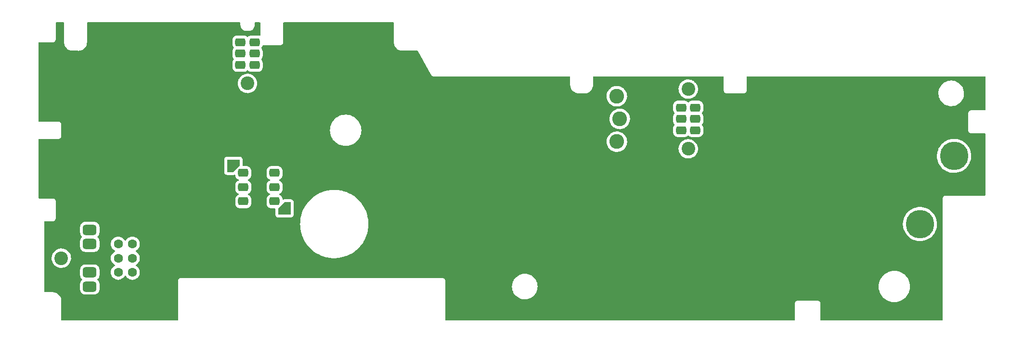
<source format=gbl>
G04 #@! TF.GenerationSoftware,KiCad,Pcbnew,(6.0.10)*
G04 #@! TF.CreationDate,2024-06-10T21:48:35+09:00*
G04 #@! TF.ProjectId,icb33h_pwb_rev2,69636233-3368-45f7-9077-625f72657632,rev?*
G04 #@! TF.SameCoordinates,Original*
G04 #@! TF.FileFunction,Copper,L2,Bot*
G04 #@! TF.FilePolarity,Positive*
%FSLAX46Y46*%
G04 Gerber Fmt 4.6, Leading zero omitted, Abs format (unit mm)*
G04 Created by KiCad (PCBNEW (6.0.10)) date 2024-06-10 21:48:35*
%MOMM*%
%LPD*%
G01*
G04 APERTURE LIST*
G04 Aperture macros list*
%AMRoundRect*
0 Rectangle with rounded corners*
0 $1 Rounding radius*
0 $2 $3 $4 $5 $6 $7 $8 $9 X,Y pos of 4 corners*
0 Add a 4 corners polygon primitive as box body*
4,1,4,$2,$3,$4,$5,$6,$7,$8,$9,$2,$3,0*
0 Add four circle primitives for the rounded corners*
1,1,$1+$1,$2,$3*
1,1,$1+$1,$4,$5*
1,1,$1+$1,$6,$7*
1,1,$1+$1,$8,$9*
0 Add four rect primitives between the rounded corners*
20,1,$1+$1,$2,$3,$4,$5,0*
20,1,$1+$1,$4,$5,$6,$7,0*
20,1,$1+$1,$6,$7,$8,$9,0*
20,1,$1+$1,$8,$9,$2,$3,0*%
%AMOutline5P*
0 Free polygon, 5 corners , with rotation*
0 The origin of the aperture is its center*
0 number of corners: always 5*
0 $1 to $10 corner X, Y*
0 $11 Rotation angle, in degrees counterclockwise*
0 create outline with 5 corners*
4,1,5,$1,$2,$3,$4,$5,$6,$7,$8,$9,$10,$1,$2,$11*%
%AMOutline6P*
0 Free polygon, 6 corners , with rotation*
0 The origin of the aperture is its center*
0 number of corners: always 6*
0 $1 to $12 corner X, Y*
0 $13 Rotation angle, in degrees counterclockwise*
0 create outline with 6 corners*
4,1,6,$1,$2,$3,$4,$5,$6,$7,$8,$9,$10,$11,$12,$1,$2,$13*%
%AMOutline7P*
0 Free polygon, 7 corners , with rotation*
0 The origin of the aperture is its center*
0 number of corners: always 7*
0 $1 to $14 corner X, Y*
0 $15 Rotation angle, in degrees counterclockwise*
0 create outline with 7 corners*
4,1,7,$1,$2,$3,$4,$5,$6,$7,$8,$9,$10,$11,$12,$13,$14,$1,$2,$15*%
%AMOutline8P*
0 Free polygon, 8 corners , with rotation*
0 The origin of the aperture is its center*
0 number of corners: always 8*
0 $1 to $16 corner X, Y*
0 $17 Rotation angle, in degrees counterclockwise*
0 create outline with 8 corners*
4,1,8,$1,$2,$3,$4,$5,$6,$7,$8,$9,$10,$11,$12,$13,$14,$15,$16,$1,$2,$17*%
G04 Aperture macros list end*
G04 #@! TA.AperFunction,ComponentPad*
%ADD10C,2.600000*%
G04 #@! TD*
G04 #@! TA.AperFunction,ComponentPad*
%ADD11RoundRect,0.800000X-1.400000X0.800000X-1.400000X-0.800000X1.400000X-0.800000X1.400000X0.800000X0*%
G04 #@! TD*
G04 #@! TA.AperFunction,ComponentPad*
%ADD12RoundRect,0.350000X0.550000X-0.350000X0.550000X0.350000X-0.550000X0.350000X-0.550000X-0.350000X0*%
G04 #@! TD*
G04 #@! TA.AperFunction,ComponentPad*
%ADD13C,2.400000*%
G04 #@! TD*
G04 #@! TA.AperFunction,ComponentPad*
%ADD14RoundRect,0.350000X-0.550000X0.350000X-0.550000X-0.350000X0.550000X-0.350000X0.550000X0.350000X0*%
G04 #@! TD*
G04 #@! TA.AperFunction,ComponentPad*
%ADD15Outline5P,-1.100000X1.100000X0.000000X1.100000X1.100000X0.000000X1.100000X-1.100000X-1.100000X-1.100000X270.000000*%
G04 #@! TD*
G04 #@! TA.AperFunction,ComponentPad*
%ADD16Outline5P,-1.100000X1.100000X1.100000X1.100000X1.100000X-1.100000X0.000000X-1.100000X-1.100000X0.000000X270.000000*%
G04 #@! TD*
G04 #@! TA.AperFunction,ComponentPad*
%ADD17C,1.600000*%
G04 #@! TD*
G04 #@! TA.AperFunction,ComponentPad*
%ADD18RoundRect,0.450000X-0.750000X0.450000X-0.750000X-0.450000X0.750000X-0.450000X0.750000X0.450000X0*%
G04 #@! TD*
G04 #@! TA.AperFunction,SMDPad,CuDef*
%ADD19C,5.000000*%
G04 #@! TD*
G04 APERTURE END LIST*
D10*
X153200000Y-70000000D03*
X153700000Y-74000000D03*
X153200000Y-78000000D03*
D11*
X146950000Y-80250000D03*
D12*
X87000000Y-64500000D03*
X87000000Y-62500000D03*
X87000000Y-60500000D03*
X89500000Y-64500000D03*
X89500000Y-62500000D03*
X89500000Y-60500000D03*
D13*
X88250000Y-67750000D03*
D14*
X87500000Y-83500000D03*
X87500000Y-86000000D03*
X87500000Y-88500000D03*
X93000000Y-83500000D03*
X93000000Y-86000000D03*
X93000000Y-88500000D03*
D15*
X85750000Y-82250000D03*
D16*
X94750000Y-89750000D03*
D14*
X167000000Y-72000000D03*
X167000000Y-74000000D03*
X167000000Y-76000000D03*
X164500000Y-72000000D03*
X164500000Y-74000000D03*
X164500000Y-76000000D03*
D13*
X165750000Y-68750000D03*
X165750000Y-79250000D03*
D17*
X65500000Y-96000000D03*
X65500000Y-98500000D03*
X65500000Y-101000000D03*
X68000000Y-96000000D03*
X68000000Y-98500000D03*
X68000000Y-101000000D03*
D18*
X60500000Y-93500000D03*
X60500000Y-96000000D03*
X60500000Y-101000000D03*
X60500000Y-103500000D03*
D13*
X55500000Y-98500000D03*
D19*
X206500000Y-92500000D03*
X212500000Y-80500000D03*
G04 #@! TA.AperFunction,Conductor*
G36*
X55941621Y-57020502D02*
G01*
X55988114Y-57074158D01*
X55999500Y-57126500D01*
X55999500Y-60451259D01*
X55998000Y-60470643D01*
X55994391Y-60493823D01*
X55995555Y-60502726D01*
X55995555Y-60502730D01*
X55995753Y-60504246D01*
X55996495Y-60511588D01*
X56010979Y-60714089D01*
X56024798Y-60777612D01*
X56052177Y-60903472D01*
X56056603Y-60923820D01*
X56058170Y-60928022D01*
X56058172Y-60928028D01*
X56085369Y-61000945D01*
X56131611Y-61124923D01*
X56133765Y-61128867D01*
X56133766Y-61128870D01*
X56149530Y-61157740D01*
X56234475Y-61313304D01*
X56363101Y-61485129D01*
X56514871Y-61636899D01*
X56686696Y-61765525D01*
X56690651Y-61767684D01*
X56690650Y-61767684D01*
X56849810Y-61854592D01*
X56875077Y-61868389D01*
X56879289Y-61869960D01*
X57071972Y-61941828D01*
X57071978Y-61941830D01*
X57076180Y-61943397D01*
X57080566Y-61944351D01*
X57080569Y-61944352D01*
X57204038Y-61971211D01*
X57285911Y-61989021D01*
X57460498Y-62001508D01*
X57472410Y-62002933D01*
X57482844Y-62004689D01*
X57482855Y-62004690D01*
X57487646Y-62005496D01*
X57493864Y-62005572D01*
X57495141Y-62005588D01*
X57495146Y-62005588D01*
X57500000Y-62005647D01*
X57527051Y-62001773D01*
X57544913Y-62000500D01*
X58447424Y-62000500D01*
X58468329Y-62002246D01*
X58487646Y-62005496D01*
X58493864Y-62005572D01*
X58495141Y-62005588D01*
X58495146Y-62005588D01*
X58500000Y-62005647D01*
X58513924Y-62003653D01*
X58522777Y-62002704D01*
X58709601Y-61989342D01*
X58714089Y-61989021D01*
X58795962Y-61971211D01*
X58919431Y-61944352D01*
X58919434Y-61944351D01*
X58923820Y-61943397D01*
X58928022Y-61941830D01*
X58928028Y-61941828D01*
X59120711Y-61869960D01*
X59124923Y-61868389D01*
X59150191Y-61854592D01*
X59309350Y-61767684D01*
X59309349Y-61767684D01*
X59313304Y-61765525D01*
X59485129Y-61636899D01*
X59636899Y-61485129D01*
X59765525Y-61313304D01*
X59850470Y-61157740D01*
X59866234Y-61128870D01*
X59866235Y-61128867D01*
X59868389Y-61124923D01*
X59914631Y-61000945D01*
X59941828Y-60928028D01*
X59941830Y-60928022D01*
X59943397Y-60923820D01*
X59947824Y-60903472D01*
X59975202Y-60777612D01*
X59989021Y-60714089D01*
X60001508Y-60539502D01*
X60002933Y-60527590D01*
X60004689Y-60517156D01*
X60004690Y-60517145D01*
X60005496Y-60512354D01*
X60005647Y-60500000D01*
X60001773Y-60472949D01*
X60000500Y-60455087D01*
X60000500Y-57126500D01*
X60020502Y-57058379D01*
X60074158Y-57011886D01*
X60126500Y-57000500D01*
X86873500Y-57000500D01*
X86941621Y-57020502D01*
X86988114Y-57074158D01*
X86999500Y-57126500D01*
X86999500Y-57451259D01*
X86998000Y-57470643D01*
X86994391Y-57493823D01*
X86996299Y-57508410D01*
X86996880Y-57513741D01*
X87010936Y-57674399D01*
X87056246Y-57843498D01*
X87058568Y-57848479D01*
X87058569Y-57848480D01*
X87127906Y-57997174D01*
X87127909Y-57997179D01*
X87130232Y-58002161D01*
X87230645Y-58145566D01*
X87354434Y-58269355D01*
X87358942Y-58272512D01*
X87358945Y-58272514D01*
X87493330Y-58366611D01*
X87497839Y-58369768D01*
X87502821Y-58372091D01*
X87502826Y-58372094D01*
X87651520Y-58441431D01*
X87656502Y-58443754D01*
X87661810Y-58445176D01*
X87661812Y-58445177D01*
X87713877Y-58459128D01*
X87825601Y-58489064D01*
X87902740Y-58495813D01*
X87954749Y-58500363D01*
X87964659Y-58501628D01*
X87987646Y-58505496D01*
X87992511Y-58505555D01*
X87992517Y-58505556D01*
X87995141Y-58505588D01*
X87995146Y-58505588D01*
X88000000Y-58505647D01*
X88027051Y-58501773D01*
X88044913Y-58500500D01*
X88447424Y-58500500D01*
X88468329Y-58502246D01*
X88487646Y-58505496D01*
X88493748Y-58505571D01*
X88495135Y-58505588D01*
X88495141Y-58505588D01*
X88500000Y-58505647D01*
X88520364Y-58502731D01*
X88527205Y-58501942D01*
X88674399Y-58489064D01*
X88778651Y-58461130D01*
X88838188Y-58445177D01*
X88838190Y-58445176D01*
X88843498Y-58443754D01*
X88848480Y-58441431D01*
X88997174Y-58372094D01*
X88997179Y-58372091D01*
X89002161Y-58369768D01*
X89006670Y-58366611D01*
X89141055Y-58272514D01*
X89141058Y-58272512D01*
X89145566Y-58269355D01*
X89269355Y-58145566D01*
X89369768Y-58002161D01*
X89372091Y-57997179D01*
X89372094Y-57997174D01*
X89441431Y-57848480D01*
X89441432Y-57848479D01*
X89443754Y-57843498D01*
X89489064Y-57674399D01*
X89500363Y-57545251D01*
X89501628Y-57535341D01*
X89505496Y-57512354D01*
X89505647Y-57500000D01*
X89501773Y-57472949D01*
X89500500Y-57455087D01*
X89500500Y-57126500D01*
X89520502Y-57058379D01*
X89574158Y-57011886D01*
X89626500Y-57000500D01*
X90373500Y-57000500D01*
X90441621Y-57020502D01*
X90488114Y-57074158D01*
X90499500Y-57126500D01*
X90499500Y-59224252D01*
X90479498Y-59292373D01*
X90425842Y-59338866D01*
X90355568Y-59348970D01*
X90343018Y-59346509D01*
X90171503Y-59303745D01*
X90171499Y-59303744D01*
X90166107Y-59302400D01*
X90149294Y-59301254D01*
X90125714Y-59299646D01*
X90125701Y-59299646D01*
X90123566Y-59299500D01*
X88876434Y-59299500D01*
X88874299Y-59299646D01*
X88874286Y-59299646D01*
X88850706Y-59301254D01*
X88833893Y-59302400D01*
X88828501Y-59303744D01*
X88828497Y-59303745D01*
X88687637Y-59338866D01*
X88654592Y-59347105D01*
X88648485Y-59350136D01*
X88648481Y-59350138D01*
X88571833Y-59388187D01*
X88489074Y-59429269D01*
X88345060Y-59545060D01*
X88340785Y-59550377D01*
X88339095Y-59552067D01*
X88276783Y-59586093D01*
X88205968Y-59581028D01*
X88160905Y-59552067D01*
X88159215Y-59550377D01*
X88154940Y-59545060D01*
X88010926Y-59429269D01*
X87928167Y-59388187D01*
X87851519Y-59350138D01*
X87851515Y-59350136D01*
X87845408Y-59347105D01*
X87812363Y-59338866D01*
X87671503Y-59303745D01*
X87671499Y-59303744D01*
X87666107Y-59302400D01*
X87649294Y-59301254D01*
X87625714Y-59299646D01*
X87625701Y-59299646D01*
X87623566Y-59299500D01*
X86376434Y-59299500D01*
X86374299Y-59299646D01*
X86374286Y-59299646D01*
X86350706Y-59301254D01*
X86333893Y-59302400D01*
X86328501Y-59303744D01*
X86328497Y-59303745D01*
X86187637Y-59338866D01*
X86154592Y-59347105D01*
X86148485Y-59350136D01*
X86148481Y-59350138D01*
X86071833Y-59388187D01*
X85989074Y-59429269D01*
X85845060Y-59545060D01*
X85729269Y-59689074D01*
X85688187Y-59771833D01*
X85650138Y-59848481D01*
X85650136Y-59848485D01*
X85647105Y-59854592D01*
X85645454Y-59861214D01*
X85608713Y-60008574D01*
X85602400Y-60033893D01*
X85602022Y-60039441D01*
X85599921Y-60070265D01*
X85599500Y-60076434D01*
X85599500Y-60923566D01*
X85599646Y-60925701D01*
X85599646Y-60925714D01*
X85599804Y-60928028D01*
X85602400Y-60966107D01*
X85603744Y-60971499D01*
X85603745Y-60971503D01*
X85614951Y-61016447D01*
X85647105Y-61145408D01*
X85650136Y-61151515D01*
X85650138Y-61151519D01*
X85660444Y-61172280D01*
X85729269Y-61310926D01*
X85733546Y-61316245D01*
X85817810Y-61421048D01*
X85844907Y-61486670D01*
X85832224Y-61556524D01*
X85817810Y-61578952D01*
X85729269Y-61689074D01*
X85692659Y-61762824D01*
X85650138Y-61848481D01*
X85650136Y-61848485D01*
X85647105Y-61854592D01*
X85645454Y-61861214D01*
X85605739Y-62020502D01*
X85602400Y-62033893D01*
X85599500Y-62076434D01*
X85599500Y-62923566D01*
X85602400Y-62966107D01*
X85647105Y-63145408D01*
X85650136Y-63151515D01*
X85650138Y-63151519D01*
X85688187Y-63228167D01*
X85729269Y-63310926D01*
X85733546Y-63316245D01*
X85817810Y-63421048D01*
X85844907Y-63486670D01*
X85832224Y-63556524D01*
X85817810Y-63578952D01*
X85729269Y-63689074D01*
X85688187Y-63771833D01*
X85650138Y-63848481D01*
X85650136Y-63848485D01*
X85647105Y-63854592D01*
X85602400Y-64033893D01*
X85599500Y-64076434D01*
X85599500Y-64923566D01*
X85602400Y-64966107D01*
X85647105Y-65145408D01*
X85650136Y-65151515D01*
X85650138Y-65151519D01*
X85688187Y-65228167D01*
X85729269Y-65310926D01*
X85845060Y-65454940D01*
X85989074Y-65570731D01*
X86041042Y-65596528D01*
X86148481Y-65649862D01*
X86148485Y-65649864D01*
X86154592Y-65652895D01*
X86161214Y-65654546D01*
X86328497Y-65696255D01*
X86328501Y-65696256D01*
X86333893Y-65697600D01*
X86350706Y-65698746D01*
X86374286Y-65700354D01*
X86374299Y-65700354D01*
X86376434Y-65700500D01*
X87623566Y-65700500D01*
X87625701Y-65700354D01*
X87625714Y-65700354D01*
X87649294Y-65698746D01*
X87666107Y-65697600D01*
X87671499Y-65696256D01*
X87671503Y-65696255D01*
X87838786Y-65654546D01*
X87845408Y-65652895D01*
X87851515Y-65649864D01*
X87851519Y-65649862D01*
X87958958Y-65596528D01*
X88010926Y-65570731D01*
X88154940Y-65454940D01*
X88159215Y-65449623D01*
X88160905Y-65447933D01*
X88223217Y-65413907D01*
X88294032Y-65418972D01*
X88339095Y-65447933D01*
X88340785Y-65449623D01*
X88345060Y-65454940D01*
X88489074Y-65570731D01*
X88541042Y-65596528D01*
X88648481Y-65649862D01*
X88648485Y-65649864D01*
X88654592Y-65652895D01*
X88661214Y-65654546D01*
X88828497Y-65696255D01*
X88828501Y-65696256D01*
X88833893Y-65697600D01*
X88850706Y-65698746D01*
X88874286Y-65700354D01*
X88874299Y-65700354D01*
X88876434Y-65700500D01*
X90123566Y-65700500D01*
X90125701Y-65700354D01*
X90125714Y-65700354D01*
X90149294Y-65698746D01*
X90166107Y-65697600D01*
X90171499Y-65696256D01*
X90171503Y-65696255D01*
X90338786Y-65654546D01*
X90345408Y-65652895D01*
X90351515Y-65649864D01*
X90351519Y-65649862D01*
X90458958Y-65596528D01*
X90510926Y-65570731D01*
X90654940Y-65454940D01*
X90770731Y-65310926D01*
X90811813Y-65228167D01*
X90849862Y-65151519D01*
X90849864Y-65151515D01*
X90852895Y-65145408D01*
X90897600Y-64966107D01*
X90900500Y-64923566D01*
X90900500Y-64076434D01*
X90897600Y-64033893D01*
X90852895Y-63854592D01*
X90849864Y-63848485D01*
X90849862Y-63848481D01*
X90811813Y-63771833D01*
X90770731Y-63689074D01*
X90682190Y-63578952D01*
X90655093Y-63513330D01*
X90667776Y-63443476D01*
X90682190Y-63421048D01*
X90766454Y-63316245D01*
X90770731Y-63310926D01*
X90811813Y-63228167D01*
X90849862Y-63151519D01*
X90849864Y-63151515D01*
X90852895Y-63145408D01*
X90897600Y-62966107D01*
X90900500Y-62923566D01*
X90900500Y-62076434D01*
X90897600Y-62033893D01*
X90894262Y-62020502D01*
X90854546Y-61861214D01*
X90852895Y-61854592D01*
X90849864Y-61848485D01*
X90849862Y-61848481D01*
X90807341Y-61762824D01*
X90770731Y-61689074D01*
X90682190Y-61578952D01*
X90655093Y-61513330D01*
X90667776Y-61443476D01*
X90682190Y-61421048D01*
X90766454Y-61316245D01*
X90770731Y-61310926D01*
X90839556Y-61172280D01*
X90849862Y-61151519D01*
X90849864Y-61151515D01*
X90852895Y-61145408D01*
X90857019Y-61128870D01*
X90865209Y-61096019D01*
X90901096Y-61034760D01*
X90964405Y-61002628D01*
X90987466Y-61000500D01*
X90991426Y-61000500D01*
X90992197Y-61000502D01*
X91068624Y-61000969D01*
X91069953Y-61000589D01*
X91071263Y-61000500D01*
X93991426Y-61000500D01*
X93992197Y-61000502D01*
X94068624Y-61000969D01*
X94096482Y-60993007D01*
X94113241Y-60989429D01*
X94122644Y-60988083D01*
X94133029Y-60986596D01*
X94133030Y-60986596D01*
X94141918Y-60985323D01*
X94150092Y-60981607D01*
X94150094Y-60981606D01*
X94164788Y-60974925D01*
X94182312Y-60968477D01*
X94197845Y-60964038D01*
X94197849Y-60964036D01*
X94206471Y-60961572D01*
X94230975Y-60946111D01*
X94246058Y-60937974D01*
X94264252Y-60929702D01*
X94264255Y-60929700D01*
X94272428Y-60925984D01*
X94291464Y-60909581D01*
X94306477Y-60898473D01*
X94327720Y-60885070D01*
X94333663Y-60878341D01*
X94333665Y-60878339D01*
X94346897Y-60863356D01*
X94359091Y-60851310D01*
X94374236Y-60838260D01*
X94381037Y-60832400D01*
X94394704Y-60811314D01*
X94405991Y-60796444D01*
X94416683Y-60784338D01*
X94416683Y-60784337D01*
X94422623Y-60777612D01*
X94434934Y-60751391D01*
X94443254Y-60736413D01*
X94454131Y-60719631D01*
X94454132Y-60719628D01*
X94459015Y-60712095D01*
X94466215Y-60688019D01*
X94472871Y-60670589D01*
X94483553Y-60647837D01*
X94488010Y-60619213D01*
X94491793Y-60602495D01*
X94497522Y-60583340D01*
X94497523Y-60583332D01*
X94500093Y-60574739D01*
X94500301Y-60540818D01*
X94500332Y-60540075D01*
X94500500Y-60538991D01*
X94500500Y-60508574D01*
X94500502Y-60507804D01*
X94500715Y-60472949D01*
X94500969Y-60431376D01*
X94500589Y-60430047D01*
X94500500Y-60428737D01*
X94500500Y-57126500D01*
X94520502Y-57058379D01*
X94574158Y-57011886D01*
X94626500Y-57000500D01*
X113873500Y-57000500D01*
X113941621Y-57020502D01*
X113988114Y-57074158D01*
X113999500Y-57126500D01*
X113999500Y-60451259D01*
X113998000Y-60470643D01*
X113994391Y-60493823D01*
X113995555Y-60502726D01*
X113995555Y-60502730D01*
X113995753Y-60504246D01*
X113996495Y-60511588D01*
X114010979Y-60714089D01*
X114024798Y-60777612D01*
X114052177Y-60903472D01*
X114056603Y-60923820D01*
X114058170Y-60928022D01*
X114058172Y-60928028D01*
X114085369Y-61000945D01*
X114131611Y-61124923D01*
X114133765Y-61128867D01*
X114133766Y-61128870D01*
X114149530Y-61157740D01*
X114234475Y-61313304D01*
X114363101Y-61485129D01*
X114514871Y-61636899D01*
X114686696Y-61765525D01*
X114690651Y-61767684D01*
X114690650Y-61767684D01*
X114849810Y-61854592D01*
X114875077Y-61868389D01*
X114879289Y-61869960D01*
X115071972Y-61941828D01*
X115071978Y-61941830D01*
X115076180Y-61943397D01*
X115080566Y-61944351D01*
X115080569Y-61944352D01*
X115204038Y-61971211D01*
X115285911Y-61989021D01*
X115460498Y-62001508D01*
X115472410Y-62002933D01*
X115482844Y-62004689D01*
X115482855Y-62004690D01*
X115487646Y-62005496D01*
X115493864Y-62005572D01*
X115495141Y-62005588D01*
X115495146Y-62005588D01*
X115500000Y-62005647D01*
X115527051Y-62001773D01*
X115544913Y-62000500D01*
X118131366Y-62000500D01*
X118199487Y-62020502D01*
X118241510Y-62065309D01*
X120527536Y-66180157D01*
X120532410Y-66189900D01*
X120535961Y-66197840D01*
X120538428Y-66206471D01*
X120543217Y-66214061D01*
X120543220Y-66214068D01*
X120567742Y-66252933D01*
X120571322Y-66258973D01*
X120579938Y-66274481D01*
X120582646Y-66278048D01*
X120582649Y-66278053D01*
X120584947Y-66281081D01*
X120591143Y-66290022D01*
X120610137Y-66320124D01*
X120614930Y-66327720D01*
X120621660Y-66333663D01*
X120621662Y-66333666D01*
X120622015Y-66333978D01*
X120638960Y-66352227D01*
X120644673Y-66359752D01*
X120651892Y-66365093D01*
X120651893Y-66365094D01*
X120680510Y-66386266D01*
X120688974Y-66393113D01*
X120722388Y-66422623D01*
X120730759Y-66426553D01*
X120730941Y-66426639D01*
X120752324Y-66439397D01*
X120759926Y-66445021D01*
X120768352Y-66448120D01*
X120768355Y-66448122D01*
X120801765Y-66460412D01*
X120811814Y-66464610D01*
X120844032Y-66479736D01*
X120844035Y-66479737D01*
X120852163Y-66483553D01*
X120861032Y-66484934D01*
X120861039Y-66484936D01*
X120861504Y-66485008D01*
X120885612Y-66491253D01*
X120886053Y-66491415D01*
X120894478Y-66494514D01*
X120903429Y-66495124D01*
X120903431Y-66495124D01*
X120938957Y-66497543D01*
X120949771Y-66498750D01*
X120961009Y-66500500D01*
X120978097Y-66500500D01*
X120986657Y-66500791D01*
X121028554Y-66503644D01*
X121037513Y-66504254D01*
X121046285Y-66502325D01*
X121055230Y-66501659D01*
X121055249Y-66501915D01*
X121068272Y-66500500D01*
X144873500Y-66500500D01*
X144941621Y-66520502D01*
X144988114Y-66574158D01*
X144999500Y-66626500D01*
X144999500Y-67951259D01*
X144998000Y-67970643D01*
X144994391Y-67993823D01*
X144995555Y-68002726D01*
X144995555Y-68002730D01*
X144995753Y-68004246D01*
X144996495Y-68011588D01*
X145010979Y-68214089D01*
X145019102Y-68251428D01*
X145052160Y-68403394D01*
X145056603Y-68423820D01*
X145058170Y-68428022D01*
X145058172Y-68428028D01*
X145117288Y-68586523D01*
X145131611Y-68624923D01*
X145133765Y-68628867D01*
X145133766Y-68628870D01*
X145178085Y-68710033D01*
X145234475Y-68813304D01*
X145363101Y-68985129D01*
X145514871Y-69136899D01*
X145686696Y-69265525D01*
X145690651Y-69267684D01*
X145690650Y-69267684D01*
X145865860Y-69363356D01*
X145875077Y-69368389D01*
X145879289Y-69369960D01*
X146071972Y-69441828D01*
X146071978Y-69441830D01*
X146076180Y-69443397D01*
X146080566Y-69444351D01*
X146080569Y-69444352D01*
X146188152Y-69467755D01*
X146285911Y-69489021D01*
X146290399Y-69489342D01*
X146296616Y-69489787D01*
X146460498Y-69501508D01*
X146472410Y-69502933D01*
X146482844Y-69504689D01*
X146482855Y-69504690D01*
X146487646Y-69505496D01*
X146493864Y-69505572D01*
X146495141Y-69505588D01*
X146495146Y-69505588D01*
X146500000Y-69505647D01*
X146527051Y-69501773D01*
X146544913Y-69500500D01*
X147580092Y-69500500D01*
X147587832Y-69500738D01*
X147640800Y-69503998D01*
X147645636Y-69503547D01*
X147645639Y-69503547D01*
X147648254Y-69503303D01*
X147648255Y-69503303D01*
X147653101Y-69502851D01*
X147657825Y-69501658D01*
X147657829Y-69501657D01*
X147664027Y-69500092D01*
X147672513Y-69498257D01*
X147866051Y-69463341D01*
X147866057Y-69463339D01*
X147870599Y-69462520D01*
X148080145Y-69391903D01*
X148084253Y-69389808D01*
X148084260Y-69389805D01*
X148273019Y-69293539D01*
X148277131Y-69291442D01*
X148303869Y-69272428D01*
X148436726Y-69177947D01*
X148457335Y-69163291D01*
X148616892Y-69010198D01*
X148619719Y-69006552D01*
X148749554Y-68839094D01*
X148749556Y-68839090D01*
X148752382Y-68835446D01*
X148860900Y-68642781D01*
X148940119Y-68436334D01*
X148962117Y-68337886D01*
X148987333Y-68225039D01*
X148987334Y-68225035D01*
X148988340Y-68220531D01*
X149001742Y-68037977D01*
X149003149Y-68026304D01*
X149004689Y-68017151D01*
X149005496Y-68012354D01*
X149005647Y-68000000D01*
X149001773Y-67972949D01*
X149000500Y-67955087D01*
X149000500Y-66626500D01*
X149020502Y-66558379D01*
X149074158Y-66511886D01*
X149126500Y-66500500D01*
X171873500Y-66500500D01*
X171941621Y-66520502D01*
X171988114Y-66574158D01*
X171999500Y-66626500D01*
X171999500Y-68991426D01*
X171999498Y-68992196D01*
X171999031Y-69068624D01*
X172006420Y-69094474D01*
X172006992Y-69096476D01*
X172010571Y-69113241D01*
X172014677Y-69141918D01*
X172018393Y-69150092D01*
X172018394Y-69150094D01*
X172025075Y-69164788D01*
X172031523Y-69182312D01*
X172035962Y-69197845D01*
X172035964Y-69197849D01*
X172038428Y-69206471D01*
X172043215Y-69214058D01*
X172053889Y-69230976D01*
X172062026Y-69246058D01*
X172070298Y-69264252D01*
X172070300Y-69264255D01*
X172074016Y-69272428D01*
X172084279Y-69284338D01*
X172090418Y-69291463D01*
X172101527Y-69306476D01*
X172114930Y-69327720D01*
X172121659Y-69333663D01*
X172121661Y-69333665D01*
X172136644Y-69346897D01*
X172148690Y-69359091D01*
X172161740Y-69374236D01*
X172167600Y-69381037D01*
X172188686Y-69394704D01*
X172203554Y-69405989D01*
X172222388Y-69422623D01*
X172248607Y-69434933D01*
X172263587Y-69443254D01*
X172280369Y-69454131D01*
X172280372Y-69454132D01*
X172287905Y-69459015D01*
X172311981Y-69466215D01*
X172329411Y-69472871D01*
X172352163Y-69483553D01*
X172361032Y-69484934D01*
X172380787Y-69488010D01*
X172397505Y-69491793D01*
X172416660Y-69497522D01*
X172416668Y-69497523D01*
X172425261Y-69500093D01*
X172434232Y-69500148D01*
X172434233Y-69500148D01*
X172438962Y-69500177D01*
X172459182Y-69500301D01*
X172459925Y-69500332D01*
X172461009Y-69500500D01*
X172491426Y-69500500D01*
X172492197Y-69500502D01*
X172568624Y-69500969D01*
X172569953Y-69500589D01*
X172571263Y-69500500D01*
X175491426Y-69500500D01*
X175492197Y-69500502D01*
X175568624Y-69500969D01*
X175596482Y-69493007D01*
X175613241Y-69489429D01*
X175623153Y-69488010D01*
X175633029Y-69486596D01*
X175633030Y-69486596D01*
X175641918Y-69485323D01*
X175650092Y-69481607D01*
X175650094Y-69481606D01*
X175664788Y-69474925D01*
X175682312Y-69468477D01*
X175697845Y-69464038D01*
X175697849Y-69464036D01*
X175706471Y-69461572D01*
X175730975Y-69446111D01*
X175746058Y-69437974D01*
X175764252Y-69429702D01*
X175764255Y-69429700D01*
X175772428Y-69425984D01*
X175791464Y-69409581D01*
X175806477Y-69398473D01*
X175810999Y-69395620D01*
X175827720Y-69385070D01*
X175833663Y-69378341D01*
X175833665Y-69378339D01*
X175846897Y-69363356D01*
X175859091Y-69351310D01*
X175874236Y-69338260D01*
X175881037Y-69332400D01*
X175894704Y-69311314D01*
X175905991Y-69296444D01*
X175916683Y-69284338D01*
X175916683Y-69284337D01*
X175922623Y-69277612D01*
X175934934Y-69251391D01*
X175943254Y-69236413D01*
X175954131Y-69219631D01*
X175954132Y-69219628D01*
X175959015Y-69212095D01*
X175966215Y-69188019D01*
X175972871Y-69170589D01*
X175983553Y-69147837D01*
X175988010Y-69119213D01*
X175991793Y-69102495D01*
X175997522Y-69083340D01*
X175997523Y-69083332D01*
X176000093Y-69074739D01*
X176000301Y-69040818D01*
X176000332Y-69040075D01*
X176000500Y-69038991D01*
X176000500Y-69008574D01*
X176000502Y-69007804D01*
X176000631Y-68986682D01*
X176000969Y-68931376D01*
X176000589Y-68930047D01*
X176000500Y-68928737D01*
X176000500Y-66626500D01*
X176020502Y-66558379D01*
X176074158Y-66511886D01*
X176126500Y-66500500D01*
X217873500Y-66500500D01*
X217941621Y-66520502D01*
X217988114Y-66574158D01*
X217999500Y-66626500D01*
X217999500Y-72373500D01*
X217979498Y-72441621D01*
X217925842Y-72488114D01*
X217873500Y-72499500D01*
X215508574Y-72499500D01*
X215507804Y-72499498D01*
X215507033Y-72499493D01*
X215431376Y-72499031D01*
X215403518Y-72506993D01*
X215386759Y-72510571D01*
X215377356Y-72511917D01*
X215366971Y-72513404D01*
X215366970Y-72513404D01*
X215358082Y-72514677D01*
X215349908Y-72518393D01*
X215349906Y-72518394D01*
X215335212Y-72525075D01*
X215317688Y-72531523D01*
X215302155Y-72535962D01*
X215302151Y-72535964D01*
X215293529Y-72538428D01*
X215285941Y-72543215D01*
X215285942Y-72543215D01*
X215269024Y-72553889D01*
X215253942Y-72562026D01*
X215235748Y-72570298D01*
X215235745Y-72570300D01*
X215227572Y-72574016D01*
X215220769Y-72579878D01*
X215208537Y-72590418D01*
X215193524Y-72601527D01*
X215172280Y-72614930D01*
X215166337Y-72621659D01*
X215166335Y-72621661D01*
X215153103Y-72636644D01*
X215140909Y-72648690D01*
X215137626Y-72651519D01*
X215118963Y-72667600D01*
X215105296Y-72688686D01*
X215094011Y-72703554D01*
X215077377Y-72722388D01*
X215067867Y-72742643D01*
X215065067Y-72748607D01*
X215056746Y-72763587D01*
X215045869Y-72780369D01*
X215045868Y-72780372D01*
X215040985Y-72787905D01*
X215033785Y-72811981D01*
X215027129Y-72829411D01*
X215016447Y-72852163D01*
X215015066Y-72861032D01*
X215011990Y-72880787D01*
X215008207Y-72897505D01*
X215002478Y-72916660D01*
X215002477Y-72916668D01*
X214999907Y-72925261D01*
X214999726Y-72954940D01*
X214999700Y-72959169D01*
X214999668Y-72959925D01*
X214999500Y-72961009D01*
X214999500Y-72991426D01*
X214999498Y-72992196D01*
X214999031Y-73068624D01*
X214999411Y-73069953D01*
X214999500Y-73071263D01*
X214999500Y-75991426D01*
X214999498Y-75992196D01*
X214999031Y-76068624D01*
X215001497Y-76077251D01*
X215006992Y-76096476D01*
X215010571Y-76113241D01*
X215014677Y-76141918D01*
X215018393Y-76150092D01*
X215018394Y-76150094D01*
X215025075Y-76164788D01*
X215031523Y-76182312D01*
X215035962Y-76197845D01*
X215035964Y-76197849D01*
X215038428Y-76206471D01*
X215043215Y-76214058D01*
X215053889Y-76230976D01*
X215062026Y-76246058D01*
X215070298Y-76264252D01*
X215070300Y-76264255D01*
X215074016Y-76272428D01*
X215079878Y-76279231D01*
X215090418Y-76291463D01*
X215101527Y-76306476D01*
X215114930Y-76327720D01*
X215121659Y-76333663D01*
X215121661Y-76333665D01*
X215136644Y-76346897D01*
X215148690Y-76359091D01*
X215161740Y-76374236D01*
X215167600Y-76381037D01*
X215188686Y-76394704D01*
X215203554Y-76405989D01*
X215222388Y-76422623D01*
X215248607Y-76434933D01*
X215263587Y-76443254D01*
X215280369Y-76454131D01*
X215280372Y-76454132D01*
X215287905Y-76459015D01*
X215311981Y-76466215D01*
X215329411Y-76472871D01*
X215352163Y-76483553D01*
X215361032Y-76484934D01*
X215380787Y-76488010D01*
X215397505Y-76491793D01*
X215416660Y-76497522D01*
X215416668Y-76497523D01*
X215425261Y-76500093D01*
X215434232Y-76500148D01*
X215434233Y-76500148D01*
X215438962Y-76500177D01*
X215459182Y-76500301D01*
X215459925Y-76500332D01*
X215461009Y-76500500D01*
X215491426Y-76500500D01*
X215492197Y-76500502D01*
X215568624Y-76500969D01*
X215569953Y-76500589D01*
X215571263Y-76500500D01*
X217873500Y-76500500D01*
X217941621Y-76520502D01*
X217988114Y-76574158D01*
X217999500Y-76626500D01*
X217999500Y-87373500D01*
X217979498Y-87441621D01*
X217925842Y-87488114D01*
X217873500Y-87499500D01*
X211008574Y-87499500D01*
X211007804Y-87499498D01*
X211007033Y-87499493D01*
X210931376Y-87499031D01*
X210903518Y-87506993D01*
X210886759Y-87510571D01*
X210877356Y-87511917D01*
X210866971Y-87513404D01*
X210866970Y-87513404D01*
X210858082Y-87514677D01*
X210849908Y-87518393D01*
X210849906Y-87518394D01*
X210835212Y-87525075D01*
X210817688Y-87531523D01*
X210802155Y-87535962D01*
X210802151Y-87535964D01*
X210793529Y-87538428D01*
X210785941Y-87543215D01*
X210785942Y-87543215D01*
X210769024Y-87553889D01*
X210753942Y-87562026D01*
X210735748Y-87570298D01*
X210735745Y-87570300D01*
X210727572Y-87574016D01*
X210720769Y-87579878D01*
X210708537Y-87590418D01*
X210693524Y-87601527D01*
X210672280Y-87614930D01*
X210666337Y-87621659D01*
X210666335Y-87621661D01*
X210653103Y-87636644D01*
X210640909Y-87648690D01*
X210625764Y-87661740D01*
X210618963Y-87667600D01*
X210605296Y-87688686D01*
X210594011Y-87703554D01*
X210577377Y-87722388D01*
X210565067Y-87748607D01*
X210556746Y-87763587D01*
X210545869Y-87780369D01*
X210545868Y-87780372D01*
X210540985Y-87787905D01*
X210533785Y-87811981D01*
X210527129Y-87829411D01*
X210516447Y-87852163D01*
X210515066Y-87861032D01*
X210511990Y-87880787D01*
X210508207Y-87897505D01*
X210502478Y-87916660D01*
X210502477Y-87916668D01*
X210499907Y-87925261D01*
X210499852Y-87934232D01*
X210499852Y-87934233D01*
X210499700Y-87959169D01*
X210499668Y-87959925D01*
X210499500Y-87961009D01*
X210499500Y-87991426D01*
X210499498Y-87992196D01*
X210499031Y-88068624D01*
X210499411Y-88069953D01*
X210499500Y-88071263D01*
X210499500Y-109373500D01*
X210479498Y-109441621D01*
X210425842Y-109488114D01*
X210373500Y-109499500D01*
X189126500Y-109499500D01*
X189058379Y-109479498D01*
X189011886Y-109425842D01*
X189000500Y-109373500D01*
X189000500Y-106508574D01*
X189000502Y-106507804D01*
X189000914Y-106440350D01*
X189000969Y-106431376D01*
X188993007Y-106403518D01*
X188989429Y-106386757D01*
X188986596Y-106366971D01*
X188986596Y-106366970D01*
X188985323Y-106358082D01*
X188974925Y-106335212D01*
X188968477Y-106317688D01*
X188964038Y-106302155D01*
X188964036Y-106302151D01*
X188961572Y-106293529D01*
X188946111Y-106269024D01*
X188937974Y-106253942D01*
X188929702Y-106235748D01*
X188929700Y-106235745D01*
X188925984Y-106227572D01*
X188909581Y-106208536D01*
X188898473Y-106193523D01*
X188895417Y-106188679D01*
X188885070Y-106172280D01*
X188878341Y-106166337D01*
X188878339Y-106166335D01*
X188863356Y-106153103D01*
X188851310Y-106140909D01*
X188838260Y-106125764D01*
X188832400Y-106118963D01*
X188811314Y-106105296D01*
X188796444Y-106094009D01*
X188784338Y-106083317D01*
X188784337Y-106083317D01*
X188777612Y-106077377D01*
X188751391Y-106065066D01*
X188736413Y-106056746D01*
X188719631Y-106045869D01*
X188719628Y-106045868D01*
X188712095Y-106040985D01*
X188688019Y-106033785D01*
X188670589Y-106027129D01*
X188647837Y-106016447D01*
X188619213Y-106011990D01*
X188602495Y-106008207D01*
X188583340Y-106002478D01*
X188583332Y-106002477D01*
X188574739Y-105999907D01*
X188565768Y-105999852D01*
X188565767Y-105999852D01*
X188561038Y-105999823D01*
X188540818Y-105999699D01*
X188540075Y-105999668D01*
X188538991Y-105999500D01*
X188508574Y-105999500D01*
X188507804Y-105999498D01*
X188507191Y-105999494D01*
X188431376Y-105999031D01*
X188430047Y-105999411D01*
X188428737Y-105999500D01*
X185008574Y-105999500D01*
X185007804Y-105999498D01*
X185007033Y-105999493D01*
X184931376Y-105999031D01*
X184903518Y-106006993D01*
X184886759Y-106010571D01*
X184877356Y-106011917D01*
X184866971Y-106013404D01*
X184866970Y-106013404D01*
X184858082Y-106014677D01*
X184849908Y-106018393D01*
X184849906Y-106018394D01*
X184835212Y-106025075D01*
X184817688Y-106031523D01*
X184802155Y-106035962D01*
X184802151Y-106035964D01*
X184793529Y-106038428D01*
X184785941Y-106043215D01*
X184785942Y-106043215D01*
X184769024Y-106053889D01*
X184753942Y-106062026D01*
X184735748Y-106070298D01*
X184735745Y-106070300D01*
X184727572Y-106074016D01*
X184720769Y-106079878D01*
X184708537Y-106090418D01*
X184693524Y-106101527D01*
X184672280Y-106114930D01*
X184666337Y-106121659D01*
X184666335Y-106121661D01*
X184653103Y-106136644D01*
X184640909Y-106148690D01*
X184635788Y-106153103D01*
X184618963Y-106167600D01*
X184605296Y-106188686D01*
X184594011Y-106203554D01*
X184577377Y-106222388D01*
X184571081Y-106235798D01*
X184565067Y-106248607D01*
X184556746Y-106263587D01*
X184545869Y-106280369D01*
X184545868Y-106280372D01*
X184540985Y-106287905D01*
X184533785Y-106311981D01*
X184527129Y-106329411D01*
X184516447Y-106352163D01*
X184515066Y-106361032D01*
X184511990Y-106380787D01*
X184508207Y-106397505D01*
X184502478Y-106416660D01*
X184502477Y-106416668D01*
X184499907Y-106425261D01*
X184499852Y-106434232D01*
X184499852Y-106434233D01*
X184499700Y-106459169D01*
X184499668Y-106459925D01*
X184499500Y-106461009D01*
X184499500Y-106491426D01*
X184499498Y-106492196D01*
X184499031Y-106568624D01*
X184499411Y-106569953D01*
X184499500Y-106571263D01*
X184499500Y-109373500D01*
X184479498Y-109441621D01*
X184425842Y-109488114D01*
X184373500Y-109499500D01*
X123126500Y-109499500D01*
X123058379Y-109479498D01*
X123011886Y-109425842D01*
X123000500Y-109373500D01*
X123000500Y-103547236D01*
X134744958Y-103547236D01*
X134771014Y-103845065D01*
X134836232Y-104136832D01*
X134939464Y-104417410D01*
X134941415Y-104421110D01*
X134941417Y-104421115D01*
X135076945Y-104678166D01*
X135078898Y-104681870D01*
X135252084Y-104925565D01*
X135455979Y-105144216D01*
X135687000Y-105333979D01*
X135941090Y-105491521D01*
X136213783Y-105614074D01*
X136388027Y-105666018D01*
X136496290Y-105698293D01*
X136496292Y-105698293D01*
X136500289Y-105699485D01*
X136504409Y-105700138D01*
X136504411Y-105700138D01*
X136622423Y-105718829D01*
X136795575Y-105746254D01*
X136838135Y-105748187D01*
X136887659Y-105750436D01*
X136887678Y-105750436D01*
X136889078Y-105750500D01*
X137075834Y-105750500D01*
X137298309Y-105735723D01*
X137591377Y-105676630D01*
X137874056Y-105579296D01*
X137877789Y-105577427D01*
X137877793Y-105577425D01*
X138137640Y-105447303D01*
X138137642Y-105447302D01*
X138141378Y-105445431D01*
X138388647Y-105277387D01*
X138394194Y-105272428D01*
X138608403Y-105080904D01*
X138608404Y-105080903D01*
X138611520Y-105078117D01*
X138806079Y-104851120D01*
X138881829Y-104734475D01*
X138966629Y-104603896D01*
X138966632Y-104603891D01*
X138968908Y-104600386D01*
X139011362Y-104510979D01*
X139095349Y-104334101D01*
X139097145Y-104330319D01*
X139105337Y-104304806D01*
X139187258Y-104049651D01*
X139187258Y-104049650D01*
X139188538Y-104045664D01*
X139224631Y-103845065D01*
X139240741Y-103755531D01*
X139240742Y-103755526D01*
X139241480Y-103751422D01*
X139250564Y-103551389D01*
X139253553Y-103485572D01*
X199244511Y-103485572D01*
X199262735Y-103816712D01*
X199263396Y-103820439D01*
X199263396Y-103820443D01*
X199267141Y-103841573D01*
X199320608Y-104143265D01*
X199321713Y-104146890D01*
X199321714Y-104146895D01*
X199367974Y-104298676D01*
X199417294Y-104460500D01*
X199551391Y-104763821D01*
X199553332Y-104767083D01*
X199719017Y-105045576D01*
X199719021Y-105045582D01*
X199720957Y-105048836D01*
X199923536Y-105311415D01*
X199926194Y-105314115D01*
X200111634Y-105502491D01*
X200156193Y-105547756D01*
X200415558Y-105754434D01*
X200697874Y-105928455D01*
X200701321Y-105930044D01*
X200995607Y-106065713D01*
X200995617Y-106065717D01*
X200999051Y-106067300D01*
X201002651Y-106068459D01*
X201002658Y-106068462D01*
X201311119Y-106167795D01*
X201311122Y-106167796D01*
X201314728Y-106168957D01*
X201318444Y-106169676D01*
X201318452Y-106169678D01*
X201636613Y-106231234D01*
X201636622Y-106231235D01*
X201640332Y-106231953D01*
X201644108Y-106232220D01*
X201644113Y-106232221D01*
X201742748Y-106239205D01*
X201902279Y-106250500D01*
X202083386Y-106250500D01*
X202085252Y-106250388D01*
X202085269Y-106250387D01*
X202327262Y-106235798D01*
X202327266Y-106235798D01*
X202331040Y-106235570D01*
X202334762Y-106234890D01*
X202334764Y-106234890D01*
X202412082Y-106220769D01*
X202657285Y-106175987D01*
X202974009Y-106077641D01*
X203276625Y-105941958D01*
X203560748Y-105770902D01*
X203563732Y-105768575D01*
X203563739Y-105768570D01*
X203819268Y-105569287D01*
X203819270Y-105569285D01*
X203822263Y-105566951D01*
X204019112Y-105371130D01*
X204054696Y-105335732D01*
X204057382Y-105333060D01*
X204084585Y-105298554D01*
X204260349Y-105075598D01*
X204262699Y-105072617D01*
X204435240Y-104789393D01*
X204540370Y-104558172D01*
X204570937Y-104490945D01*
X204570940Y-104490937D01*
X204572506Y-104487493D01*
X204672509Y-104171288D01*
X204733799Y-103845359D01*
X204755489Y-103514428D01*
X204737265Y-103183288D01*
X204732979Y-103159101D01*
X204680053Y-102860465D01*
X204679392Y-102856735D01*
X204670852Y-102828712D01*
X204583815Y-102543139D01*
X204582706Y-102539500D01*
X204448609Y-102236179D01*
X204378873Y-102118963D01*
X204280983Y-101954424D01*
X204280979Y-101954418D01*
X204279043Y-101951164D01*
X204076464Y-101688585D01*
X203978725Y-101589298D01*
X203846470Y-101454949D01*
X203846469Y-101454948D01*
X203843807Y-101452244D01*
X203584442Y-101245566D01*
X203302126Y-101071545D01*
X203158810Y-101005475D01*
X203004393Y-100934287D01*
X203004383Y-100934283D01*
X203000949Y-100932700D01*
X202997349Y-100931541D01*
X202997342Y-100931538D01*
X202688881Y-100832205D01*
X202688878Y-100832204D01*
X202685272Y-100831043D01*
X202681556Y-100830324D01*
X202681548Y-100830322D01*
X202363387Y-100768766D01*
X202363378Y-100768765D01*
X202359668Y-100768047D01*
X202355892Y-100767780D01*
X202355887Y-100767779D01*
X202257252Y-100760795D01*
X202097721Y-100749500D01*
X201916614Y-100749500D01*
X201914748Y-100749612D01*
X201914731Y-100749613D01*
X201672738Y-100764202D01*
X201672734Y-100764202D01*
X201668960Y-100764430D01*
X201665238Y-100765110D01*
X201665236Y-100765110D01*
X201649155Y-100768047D01*
X201342715Y-100824013D01*
X201025991Y-100922359D01*
X200723375Y-101058042D01*
X200439252Y-101229098D01*
X200436268Y-101231425D01*
X200436261Y-101231430D01*
X200195310Y-101419344D01*
X200177737Y-101433049D01*
X199942618Y-101666940D01*
X199940276Y-101669910D01*
X199940274Y-101669913D01*
X199810424Y-101834627D01*
X199737301Y-101927383D01*
X199564760Y-102210607D01*
X199516073Y-102317688D01*
X199429063Y-102509055D01*
X199429060Y-102509063D01*
X199427494Y-102512507D01*
X199327491Y-102828712D01*
X199266201Y-103154641D01*
X199244511Y-103485572D01*
X139253553Y-103485572D01*
X139254853Y-103456934D01*
X139254853Y-103456929D01*
X139255042Y-103452764D01*
X139228986Y-103154935D01*
X139163768Y-102863168D01*
X139060536Y-102582590D01*
X139037818Y-102539500D01*
X138923055Y-102321834D01*
X138923054Y-102321833D01*
X138921102Y-102318130D01*
X138747916Y-102074435D01*
X138544021Y-101855784D01*
X138313000Y-101666021D01*
X138058910Y-101508479D01*
X137786217Y-101385926D01*
X137573603Y-101322543D01*
X137503710Y-101301707D01*
X137503708Y-101301707D01*
X137499711Y-101300515D01*
X137495591Y-101299862D01*
X137495589Y-101299862D01*
X137377577Y-101281171D01*
X137204425Y-101253746D01*
X137161865Y-101251813D01*
X137112341Y-101249564D01*
X137112322Y-101249564D01*
X137110922Y-101249500D01*
X136924166Y-101249500D01*
X136701691Y-101264277D01*
X136408623Y-101323370D01*
X136125944Y-101420704D01*
X136122211Y-101422573D01*
X136122207Y-101422575D01*
X135946268Y-101510679D01*
X135858622Y-101554569D01*
X135611353Y-101722613D01*
X135608239Y-101725397D01*
X135608238Y-101725398D01*
X135519424Y-101804806D01*
X135388480Y-101921883D01*
X135193921Y-102148880D01*
X135162970Y-102196540D01*
X135050064Y-102370400D01*
X135031092Y-102399614D01*
X134902855Y-102669681D01*
X134901576Y-102673664D01*
X134901575Y-102673667D01*
X134850598Y-102832441D01*
X134811462Y-102954336D01*
X134810721Y-102958455D01*
X134774741Y-103158427D01*
X134758520Y-103248578D01*
X134758331Y-103252745D01*
X134758330Y-103252752D01*
X134746276Y-103518212D01*
X134744958Y-103547236D01*
X123000500Y-103547236D01*
X123000500Y-102508574D01*
X123000502Y-102507804D01*
X123000914Y-102440350D01*
X123000969Y-102431376D01*
X122993007Y-102403518D01*
X122989429Y-102386757D01*
X122986596Y-102366971D01*
X122986596Y-102366970D01*
X122985323Y-102358082D01*
X122974925Y-102335212D01*
X122968477Y-102317688D01*
X122964038Y-102302155D01*
X122964036Y-102302151D01*
X122961572Y-102293529D01*
X122946111Y-102269024D01*
X122937974Y-102253942D01*
X122929702Y-102235748D01*
X122929700Y-102235745D01*
X122925984Y-102227572D01*
X122909581Y-102208536D01*
X122898473Y-102193523D01*
X122895417Y-102188679D01*
X122885070Y-102172280D01*
X122878341Y-102166337D01*
X122878339Y-102166335D01*
X122863356Y-102153103D01*
X122851310Y-102140909D01*
X122838260Y-102125764D01*
X122832400Y-102118963D01*
X122811314Y-102105296D01*
X122796444Y-102094009D01*
X122784338Y-102083317D01*
X122784337Y-102083317D01*
X122777612Y-102077377D01*
X122751391Y-102065066D01*
X122736413Y-102056746D01*
X122719631Y-102045869D01*
X122719628Y-102045868D01*
X122712095Y-102040985D01*
X122688019Y-102033785D01*
X122670589Y-102027129D01*
X122647837Y-102016447D01*
X122619213Y-102011990D01*
X122602495Y-102008207D01*
X122583340Y-102002478D01*
X122583332Y-102002477D01*
X122574739Y-101999907D01*
X122565768Y-101999852D01*
X122565767Y-101999852D01*
X122561038Y-101999823D01*
X122540818Y-101999699D01*
X122540075Y-101999668D01*
X122538991Y-101999500D01*
X122508574Y-101999500D01*
X122507804Y-101999498D01*
X122507191Y-101999494D01*
X122431376Y-101999031D01*
X122430047Y-101999411D01*
X122428737Y-101999500D01*
X76508574Y-101999500D01*
X76507804Y-101999498D01*
X76507033Y-101999493D01*
X76431376Y-101999031D01*
X76403518Y-102006993D01*
X76386759Y-102010571D01*
X76377356Y-102011917D01*
X76366971Y-102013404D01*
X76366970Y-102013404D01*
X76358082Y-102014677D01*
X76349908Y-102018393D01*
X76349906Y-102018394D01*
X76335212Y-102025075D01*
X76317688Y-102031523D01*
X76302155Y-102035962D01*
X76302151Y-102035964D01*
X76293529Y-102038428D01*
X76285941Y-102043215D01*
X76285942Y-102043215D01*
X76269024Y-102053889D01*
X76253942Y-102062026D01*
X76235748Y-102070298D01*
X76235745Y-102070300D01*
X76227572Y-102074016D01*
X76220769Y-102079878D01*
X76208537Y-102090418D01*
X76193524Y-102101527D01*
X76172280Y-102114930D01*
X76166337Y-102121659D01*
X76166335Y-102121661D01*
X76153103Y-102136644D01*
X76140909Y-102148690D01*
X76135788Y-102153103D01*
X76118963Y-102167600D01*
X76105296Y-102188686D01*
X76094011Y-102203554D01*
X76077377Y-102222388D01*
X76065533Y-102247615D01*
X76065067Y-102248607D01*
X76056746Y-102263587D01*
X76045869Y-102280369D01*
X76045868Y-102280372D01*
X76040985Y-102287905D01*
X76033785Y-102311981D01*
X76027129Y-102329411D01*
X76016447Y-102352163D01*
X76015066Y-102361032D01*
X76011990Y-102380787D01*
X76008207Y-102397505D01*
X76002478Y-102416660D01*
X76002477Y-102416668D01*
X75999907Y-102425261D01*
X75999852Y-102434232D01*
X75999852Y-102434233D01*
X75999700Y-102459169D01*
X75999668Y-102459925D01*
X75999500Y-102461009D01*
X75999500Y-102491426D01*
X75999498Y-102492196D01*
X75999031Y-102568624D01*
X75999411Y-102569953D01*
X75999500Y-102571263D01*
X75999500Y-109373500D01*
X75979498Y-109441621D01*
X75925842Y-109488114D01*
X75873500Y-109499500D01*
X55626500Y-109499500D01*
X55558379Y-109479498D01*
X55511886Y-109425842D01*
X55500500Y-109373500D01*
X55500500Y-106052576D01*
X55502246Y-106031671D01*
X55504166Y-106020260D01*
X55505496Y-106012354D01*
X55505647Y-106000000D01*
X55503653Y-105986076D01*
X55502704Y-105977223D01*
X55489342Y-105790399D01*
X55489021Y-105785911D01*
X55465428Y-105677457D01*
X55444352Y-105580569D01*
X55444351Y-105580566D01*
X55443397Y-105576180D01*
X55441830Y-105571978D01*
X55441828Y-105571972D01*
X55369960Y-105379289D01*
X55368389Y-105375077D01*
X55356107Y-105352583D01*
X55267684Y-105190650D01*
X55265525Y-105186696D01*
X55136899Y-105014871D01*
X54985129Y-104863101D01*
X54813304Y-104734475D01*
X54624923Y-104631611D01*
X54550617Y-104603896D01*
X54428028Y-104558172D01*
X54428022Y-104558170D01*
X54423820Y-104556603D01*
X54419434Y-104555649D01*
X54419431Y-104555648D01*
X54295962Y-104528789D01*
X54214089Y-104510979D01*
X54039502Y-104498492D01*
X54027590Y-104497067D01*
X54017156Y-104495311D01*
X54017145Y-104495310D01*
X54012354Y-104494504D01*
X54006136Y-104494428D01*
X54004859Y-104494412D01*
X54004854Y-104494412D01*
X54000000Y-104494353D01*
X53974087Y-104498064D01*
X53972949Y-104498227D01*
X53955087Y-104499500D01*
X52626500Y-104499500D01*
X52558379Y-104479498D01*
X52511886Y-104425842D01*
X52500500Y-104373500D01*
X52500500Y-104004924D01*
X58799500Y-104004924D01*
X58809698Y-104119187D01*
X58862923Y-104304806D01*
X58952385Y-104475930D01*
X58956414Y-104480870D01*
X58956416Y-104480873D01*
X58969624Y-104497067D01*
X59074429Y-104625571D01*
X59079369Y-104629600D01*
X59207959Y-104734475D01*
X59224070Y-104747615D01*
X59229718Y-104750568D01*
X59229720Y-104750569D01*
X59297394Y-104785948D01*
X59395194Y-104837077D01*
X59401322Y-104838834D01*
X59401324Y-104838835D01*
X59485951Y-104863101D01*
X59580813Y-104890302D01*
X59613096Y-104893183D01*
X59692283Y-104900251D01*
X59692289Y-104900251D01*
X59695076Y-104900500D01*
X61304924Y-104900500D01*
X61307711Y-104900251D01*
X61307717Y-104900251D01*
X61386904Y-104893183D01*
X61419187Y-104890302D01*
X61514049Y-104863101D01*
X61598676Y-104838835D01*
X61598678Y-104838834D01*
X61604806Y-104837077D01*
X61702606Y-104785948D01*
X61770280Y-104750569D01*
X61770282Y-104750568D01*
X61775930Y-104747615D01*
X61792042Y-104734475D01*
X61920631Y-104629600D01*
X61925571Y-104625571D01*
X62030376Y-104497067D01*
X62043584Y-104480873D01*
X62043586Y-104480870D01*
X62047615Y-104475930D01*
X62137077Y-104304806D01*
X62190302Y-104119187D01*
X62200500Y-104004924D01*
X62200500Y-102995076D01*
X62190302Y-102880813D01*
X62137077Y-102695194D01*
X62071765Y-102570265D01*
X62050569Y-102529720D01*
X62050568Y-102529718D01*
X62047615Y-102524070D01*
X62041136Y-102516125D01*
X61929600Y-102379369D01*
X61925571Y-102374429D01*
X61892728Y-102347643D01*
X61852580Y-102289088D01*
X61850463Y-102218123D01*
X61887048Y-102157279D01*
X61892728Y-102152357D01*
X61920631Y-102129600D01*
X61925571Y-102125571D01*
X61954241Y-102090418D01*
X62043584Y-101980873D01*
X62043586Y-101980870D01*
X62047615Y-101975930D01*
X62060563Y-101951164D01*
X62088635Y-101897467D01*
X62137077Y-101804806D01*
X62190302Y-101619187D01*
X62196236Y-101552697D01*
X62200251Y-101507717D01*
X62200251Y-101507711D01*
X62200500Y-101504924D01*
X62200500Y-101000000D01*
X64194532Y-101000000D01*
X64214365Y-101226692D01*
X64215789Y-101232005D01*
X64215789Y-101232007D01*
X64265986Y-101419344D01*
X64273261Y-101446496D01*
X64275583Y-101451476D01*
X64275584Y-101451478D01*
X64353789Y-101619187D01*
X64369432Y-101652734D01*
X64499953Y-101839139D01*
X64660861Y-102000047D01*
X64847266Y-102130568D01*
X64852244Y-102132889D01*
X64852247Y-102132891D01*
X65029749Y-102215662D01*
X65053504Y-102226739D01*
X65058812Y-102228161D01*
X65058814Y-102228162D01*
X65267993Y-102284211D01*
X65267995Y-102284211D01*
X65273308Y-102285635D01*
X65500000Y-102305468D01*
X65726692Y-102285635D01*
X65732005Y-102284211D01*
X65732007Y-102284211D01*
X65941186Y-102228162D01*
X65941188Y-102228161D01*
X65946496Y-102226739D01*
X65970251Y-102215662D01*
X66147753Y-102132891D01*
X66147756Y-102132889D01*
X66152734Y-102130568D01*
X66339139Y-102000047D01*
X66500047Y-101839139D01*
X66630568Y-101652734D01*
X66635805Y-101641504D01*
X66682722Y-101588218D01*
X66750999Y-101568757D01*
X66818959Y-101589298D01*
X66864195Y-101641504D01*
X66869432Y-101652734D01*
X66999953Y-101839139D01*
X67160861Y-102000047D01*
X67347266Y-102130568D01*
X67352244Y-102132889D01*
X67352247Y-102132891D01*
X67529749Y-102215662D01*
X67553504Y-102226739D01*
X67558812Y-102228161D01*
X67558814Y-102228162D01*
X67767993Y-102284211D01*
X67767995Y-102284211D01*
X67773308Y-102285635D01*
X68000000Y-102305468D01*
X68226692Y-102285635D01*
X68232005Y-102284211D01*
X68232007Y-102284211D01*
X68441186Y-102228162D01*
X68441188Y-102228161D01*
X68446496Y-102226739D01*
X68470251Y-102215662D01*
X68647753Y-102132891D01*
X68647756Y-102132889D01*
X68652734Y-102130568D01*
X68839139Y-102000047D01*
X69000047Y-101839139D01*
X69130568Y-101652734D01*
X69146212Y-101619187D01*
X69224416Y-101451478D01*
X69224417Y-101451476D01*
X69226739Y-101446496D01*
X69234015Y-101419344D01*
X69284211Y-101232007D01*
X69284211Y-101232005D01*
X69285635Y-101226692D01*
X69305468Y-101000000D01*
X69285635Y-100773308D01*
X69284154Y-100767779D01*
X69228162Y-100558814D01*
X69228161Y-100558812D01*
X69226739Y-100553504D01*
X69200800Y-100497878D01*
X69132891Y-100352247D01*
X69132889Y-100352244D01*
X69130568Y-100347266D01*
X69000047Y-100160861D01*
X68839139Y-99999953D01*
X68652734Y-99869432D01*
X68647753Y-99867109D01*
X68647749Y-99867107D01*
X68641504Y-99864195D01*
X68588218Y-99817278D01*
X68568757Y-99749001D01*
X68589298Y-99681041D01*
X68641504Y-99635805D01*
X68647749Y-99632893D01*
X68647753Y-99632891D01*
X68652734Y-99630568D01*
X68839139Y-99500047D01*
X69000047Y-99339139D01*
X69130568Y-99152734D01*
X69160986Y-99087504D01*
X69224416Y-98951478D01*
X69224417Y-98951476D01*
X69226739Y-98946496D01*
X69285635Y-98726692D01*
X69305468Y-98500000D01*
X69285635Y-98273308D01*
X69277619Y-98243391D01*
X69228162Y-98058814D01*
X69228161Y-98058812D01*
X69226739Y-98053504D01*
X69224416Y-98048522D01*
X69132891Y-97852247D01*
X69132889Y-97852244D01*
X69130568Y-97847266D01*
X69000047Y-97660861D01*
X68839139Y-97499953D01*
X68652734Y-97369432D01*
X68647753Y-97367109D01*
X68647749Y-97367107D01*
X68641504Y-97364195D01*
X68588218Y-97317278D01*
X68568757Y-97249001D01*
X68589298Y-97181041D01*
X68641504Y-97135805D01*
X68647749Y-97132893D01*
X68647753Y-97132891D01*
X68652734Y-97130568D01*
X68839139Y-97000047D01*
X69000047Y-96839139D01*
X69130568Y-96652734D01*
X69146212Y-96619187D01*
X69224416Y-96451478D01*
X69224417Y-96451476D01*
X69226739Y-96446496D01*
X69285635Y-96226692D01*
X69305468Y-96000000D01*
X69285635Y-95773308D01*
X69252281Y-95648828D01*
X69228162Y-95558814D01*
X69228161Y-95558812D01*
X69226739Y-95553504D01*
X69200800Y-95497878D01*
X69132891Y-95352247D01*
X69132889Y-95352244D01*
X69130568Y-95347266D01*
X69000047Y-95160861D01*
X68839139Y-94999953D01*
X68652734Y-94869432D01*
X68647756Y-94867111D01*
X68647753Y-94867109D01*
X68451478Y-94775584D01*
X68451476Y-94775583D01*
X68446496Y-94773261D01*
X68441188Y-94771839D01*
X68441186Y-94771838D01*
X68232007Y-94715789D01*
X68232005Y-94715789D01*
X68226692Y-94714365D01*
X68000000Y-94694532D01*
X67773308Y-94714365D01*
X67767995Y-94715789D01*
X67767993Y-94715789D01*
X67558814Y-94771838D01*
X67558812Y-94771839D01*
X67553504Y-94773261D01*
X67548524Y-94775583D01*
X67548522Y-94775584D01*
X67352247Y-94867109D01*
X67352244Y-94867111D01*
X67347266Y-94869432D01*
X67160861Y-94999953D01*
X66999953Y-95160861D01*
X66869432Y-95347266D01*
X66867109Y-95352247D01*
X66867107Y-95352251D01*
X66864195Y-95358496D01*
X66817278Y-95411782D01*
X66749001Y-95431243D01*
X66681041Y-95410702D01*
X66635805Y-95358496D01*
X66632893Y-95352251D01*
X66632891Y-95352247D01*
X66630568Y-95347266D01*
X66500047Y-95160861D01*
X66339139Y-94999953D01*
X66152734Y-94869432D01*
X66147756Y-94867111D01*
X66147753Y-94867109D01*
X65951478Y-94775584D01*
X65951476Y-94775583D01*
X65946496Y-94773261D01*
X65941188Y-94771839D01*
X65941186Y-94771838D01*
X65732007Y-94715789D01*
X65732005Y-94715789D01*
X65726692Y-94714365D01*
X65500000Y-94694532D01*
X65273308Y-94714365D01*
X65267995Y-94715789D01*
X65267993Y-94715789D01*
X65058814Y-94771838D01*
X65058812Y-94771839D01*
X65053504Y-94773261D01*
X65048524Y-94775583D01*
X65048522Y-94775584D01*
X64852247Y-94867109D01*
X64852244Y-94867111D01*
X64847266Y-94869432D01*
X64660861Y-94999953D01*
X64499953Y-95160861D01*
X64369432Y-95347266D01*
X64367111Y-95352244D01*
X64367109Y-95352247D01*
X64299200Y-95497878D01*
X64273261Y-95553504D01*
X64271839Y-95558812D01*
X64271838Y-95558814D01*
X64247719Y-95648828D01*
X64214365Y-95773308D01*
X64194532Y-96000000D01*
X64214365Y-96226692D01*
X64273261Y-96446496D01*
X64275583Y-96451476D01*
X64275584Y-96451478D01*
X64353789Y-96619187D01*
X64369432Y-96652734D01*
X64499953Y-96839139D01*
X64660861Y-97000047D01*
X64847266Y-97130568D01*
X64852247Y-97132891D01*
X64852251Y-97132893D01*
X64858496Y-97135805D01*
X64911782Y-97182722D01*
X64931243Y-97250999D01*
X64910702Y-97318959D01*
X64858496Y-97364195D01*
X64852251Y-97367107D01*
X64852247Y-97367109D01*
X64847266Y-97369432D01*
X64660861Y-97499953D01*
X64499953Y-97660861D01*
X64369432Y-97847266D01*
X64367111Y-97852244D01*
X64367109Y-97852247D01*
X64275584Y-98048522D01*
X64273261Y-98053504D01*
X64271839Y-98058812D01*
X64271838Y-98058814D01*
X64222381Y-98243391D01*
X64214365Y-98273308D01*
X64194532Y-98500000D01*
X64214365Y-98726692D01*
X64273261Y-98946496D01*
X64275583Y-98951476D01*
X64275584Y-98951478D01*
X64339015Y-99087504D01*
X64369432Y-99152734D01*
X64499953Y-99339139D01*
X64660861Y-99500047D01*
X64847266Y-99630568D01*
X64852247Y-99632891D01*
X64852251Y-99632893D01*
X64858496Y-99635805D01*
X64911782Y-99682722D01*
X64931243Y-99750999D01*
X64910702Y-99818959D01*
X64858496Y-99864195D01*
X64852251Y-99867107D01*
X64852247Y-99867109D01*
X64847266Y-99869432D01*
X64660861Y-99999953D01*
X64499953Y-100160861D01*
X64369432Y-100347266D01*
X64367111Y-100352244D01*
X64367109Y-100352247D01*
X64299200Y-100497878D01*
X64273261Y-100553504D01*
X64271839Y-100558812D01*
X64271838Y-100558814D01*
X64215846Y-100767779D01*
X64214365Y-100773308D01*
X64194532Y-101000000D01*
X62200500Y-101000000D01*
X62200500Y-100495076D01*
X62190302Y-100380813D01*
X62139668Y-100204229D01*
X62138835Y-100201324D01*
X62138834Y-100201322D01*
X62137077Y-100195194D01*
X62088635Y-100102533D01*
X62050569Y-100029720D01*
X62050568Y-100029718D01*
X62047615Y-100024070D01*
X62031123Y-100003848D01*
X61929600Y-99879369D01*
X61925571Y-99874429D01*
X61830261Y-99796696D01*
X61780873Y-99756416D01*
X61780870Y-99756414D01*
X61775930Y-99752385D01*
X61712649Y-99719302D01*
X61697467Y-99711365D01*
X61604806Y-99662923D01*
X61598678Y-99661166D01*
X61598676Y-99661165D01*
X61437740Y-99615018D01*
X61419187Y-99609698D01*
X61386904Y-99606817D01*
X61307717Y-99599749D01*
X61307711Y-99599749D01*
X61304924Y-99599500D01*
X59695076Y-99599500D01*
X59692289Y-99599749D01*
X59692283Y-99599749D01*
X59613096Y-99606817D01*
X59580813Y-99609698D01*
X59562260Y-99615018D01*
X59401324Y-99661165D01*
X59401322Y-99661166D01*
X59395194Y-99662923D01*
X59302533Y-99711365D01*
X59287352Y-99719302D01*
X59224070Y-99752385D01*
X59219130Y-99756414D01*
X59219127Y-99756416D01*
X59169739Y-99796696D01*
X59074429Y-99874429D01*
X59070400Y-99879369D01*
X58968878Y-100003848D01*
X58952385Y-100024070D01*
X58949432Y-100029718D01*
X58949431Y-100029720D01*
X58911365Y-100102533D01*
X58862923Y-100195194D01*
X58861166Y-100201322D01*
X58861165Y-100201324D01*
X58860332Y-100204229D01*
X58809698Y-100380813D01*
X58799500Y-100495076D01*
X58799500Y-101504924D01*
X58799749Y-101507711D01*
X58799749Y-101507717D01*
X58803764Y-101552697D01*
X58809698Y-101619187D01*
X58862923Y-101804806D01*
X58911365Y-101897467D01*
X58939438Y-101951164D01*
X58952385Y-101975930D01*
X58956414Y-101980870D01*
X58956416Y-101980873D01*
X59045759Y-102090418D01*
X59074429Y-102125571D01*
X59079369Y-102129600D01*
X59107272Y-102152357D01*
X59147420Y-102210912D01*
X59149537Y-102281877D01*
X59112952Y-102342721D01*
X59107273Y-102347642D01*
X59074429Y-102374429D01*
X59070400Y-102379369D01*
X58958865Y-102516125D01*
X58952385Y-102524070D01*
X58949432Y-102529718D01*
X58949431Y-102529720D01*
X58928235Y-102570265D01*
X58862923Y-102695194D01*
X58809698Y-102880813D01*
X58799500Y-102995076D01*
X58799500Y-104004924D01*
X52500500Y-104004924D01*
X52500500Y-98455361D01*
X53795316Y-98455361D01*
X53795540Y-98460027D01*
X53795540Y-98460033D01*
X53797268Y-98496006D01*
X53807443Y-98707820D01*
X53808356Y-98712409D01*
X53854919Y-98946496D01*
X53856752Y-98955713D01*
X53858331Y-98960111D01*
X53858333Y-98960118D01*
X53923457Y-99141504D01*
X53942160Y-99193595D01*
X54061792Y-99416240D01*
X54064587Y-99419984D01*
X54064589Y-99419986D01*
X54210226Y-99615018D01*
X54210231Y-99615024D01*
X54213018Y-99618756D01*
X54216327Y-99622036D01*
X54216332Y-99622042D01*
X54389200Y-99793408D01*
X54392517Y-99796696D01*
X54396279Y-99799454D01*
X54396282Y-99799457D01*
X54592575Y-99943384D01*
X54596346Y-99946149D01*
X54600481Y-99948325D01*
X54600485Y-99948327D01*
X54717952Y-100010129D01*
X54820026Y-100063833D01*
X55058644Y-100147162D01*
X55063237Y-100148034D01*
X55302369Y-100193435D01*
X55302372Y-100193435D01*
X55306958Y-100194306D01*
X55427081Y-100199026D01*
X55554845Y-100204046D01*
X55554850Y-100204046D01*
X55559513Y-100204229D01*
X55642011Y-100195194D01*
X55806107Y-100177223D01*
X55806112Y-100177222D01*
X55810760Y-100176713D01*
X55870971Y-100160861D01*
X56050658Y-100113554D01*
X56050661Y-100113553D01*
X56055181Y-100112363D01*
X56208848Y-100046342D01*
X56283111Y-100014436D01*
X56283113Y-100014435D01*
X56287405Y-100012591D01*
X56394774Y-99946149D01*
X56498358Y-99882050D01*
X56498362Y-99882047D01*
X56502331Y-99879591D01*
X56596989Y-99799457D01*
X56691672Y-99719302D01*
X56691673Y-99719301D01*
X56695238Y-99716283D01*
X56742034Y-99662923D01*
X56858806Y-99529771D01*
X56858810Y-99529766D01*
X56861888Y-99526256D01*
X56932653Y-99416240D01*
X56996094Y-99317610D01*
X56996096Y-99317607D01*
X56998619Y-99313684D01*
X57102428Y-99083236D01*
X57171034Y-98839976D01*
X57181199Y-98760070D01*
X57202533Y-98592378D01*
X57202533Y-98592372D01*
X57202931Y-98589247D01*
X57205268Y-98500000D01*
X57204861Y-98494525D01*
X57186883Y-98252597D01*
X57186882Y-98252593D01*
X57186537Y-98247945D01*
X57130756Y-98001428D01*
X57118511Y-97969939D01*
X57040843Y-97770216D01*
X57040842Y-97770214D01*
X57039150Y-97765863D01*
X56913731Y-97546426D01*
X56798692Y-97400500D01*
X56760147Y-97351606D01*
X56760144Y-97351603D01*
X56757255Y-97347938D01*
X56573160Y-97174758D01*
X56365489Y-97030691D01*
X56361296Y-97028623D01*
X56142993Y-96920968D01*
X56142990Y-96920967D01*
X56138805Y-96918903D01*
X56099493Y-96906319D01*
X56042403Y-96888045D01*
X55898087Y-96841849D01*
X55893480Y-96841099D01*
X55893477Y-96841098D01*
X55695444Y-96808846D01*
X55648624Y-96801221D01*
X55526026Y-96799616D01*
X55400573Y-96797974D01*
X55400570Y-96797974D01*
X55395896Y-96797913D01*
X55145455Y-96831996D01*
X55140965Y-96833305D01*
X55140959Y-96833306D01*
X55037851Y-96863360D01*
X54902803Y-96902723D01*
X54898556Y-96904681D01*
X54898553Y-96904682D01*
X54863226Y-96920968D01*
X54673270Y-97008539D01*
X54669361Y-97011102D01*
X54465812Y-97144554D01*
X54465807Y-97144558D01*
X54461899Y-97147120D01*
X54273333Y-97315421D01*
X54111715Y-97509746D01*
X53980595Y-97725825D01*
X53978786Y-97730139D01*
X53978785Y-97730141D01*
X53902617Y-97911782D01*
X53882854Y-97958911D01*
X53820639Y-98203883D01*
X53795316Y-98455361D01*
X52500500Y-98455361D01*
X52500500Y-96504924D01*
X58799500Y-96504924D01*
X58809698Y-96619187D01*
X58820609Y-96657239D01*
X58855144Y-96777676D01*
X58862923Y-96804806D01*
X58952385Y-96975930D01*
X58956414Y-96980870D01*
X58956416Y-96980873D01*
X59070400Y-97120631D01*
X59074429Y-97125571D01*
X59079369Y-97129600D01*
X59104673Y-97150237D01*
X59224070Y-97247615D01*
X59395194Y-97337077D01*
X59401322Y-97338834D01*
X59401324Y-97338835D01*
X59445863Y-97351606D01*
X59580813Y-97390302D01*
X59613096Y-97393183D01*
X59692283Y-97400251D01*
X59692289Y-97400251D01*
X59695076Y-97400500D01*
X61304924Y-97400500D01*
X61307711Y-97400251D01*
X61307717Y-97400251D01*
X61386904Y-97393183D01*
X61419187Y-97390302D01*
X61554137Y-97351606D01*
X61598676Y-97338835D01*
X61598678Y-97338834D01*
X61604806Y-97337077D01*
X61775930Y-97247615D01*
X61895328Y-97150237D01*
X61920631Y-97129600D01*
X61925571Y-97125571D01*
X61929600Y-97120631D01*
X62043584Y-96980873D01*
X62043586Y-96980870D01*
X62047615Y-96975930D01*
X62137077Y-96804806D01*
X62144857Y-96777676D01*
X62179391Y-96657239D01*
X62190302Y-96619187D01*
X62200500Y-96504924D01*
X62200500Y-95495076D01*
X62199969Y-95489120D01*
X62190835Y-95386786D01*
X62190302Y-95380813D01*
X62166464Y-95297679D01*
X62138835Y-95201324D01*
X62138834Y-95201322D01*
X62137077Y-95195194D01*
X62088635Y-95102533D01*
X62050569Y-95029720D01*
X62050568Y-95029718D01*
X62047615Y-95024070D01*
X62031123Y-95003848D01*
X61929600Y-94879369D01*
X61925571Y-94874429D01*
X61892728Y-94847643D01*
X61852580Y-94789088D01*
X61850463Y-94718123D01*
X61887048Y-94657279D01*
X61892728Y-94652357D01*
X61920631Y-94629600D01*
X61925571Y-94625571D01*
X61981117Y-94557465D01*
X62043584Y-94480873D01*
X62043586Y-94480870D01*
X62047615Y-94475930D01*
X62137077Y-94304806D01*
X62139952Y-94294782D01*
X62188649Y-94124951D01*
X62190302Y-94119187D01*
X62200500Y-94004924D01*
X62200500Y-92995076D01*
X62190302Y-92880813D01*
X62137077Y-92695194D01*
X62047615Y-92524070D01*
X62030266Y-92502797D01*
X61976695Y-92437113D01*
X97494959Y-92437113D01*
X97509259Y-92918913D01*
X97562152Y-93398015D01*
X97562630Y-93400497D01*
X97619708Y-93696898D01*
X97653298Y-93871331D01*
X97782111Y-94335813D01*
X97831319Y-94470280D01*
X97946889Y-94786093D01*
X97946894Y-94786104D01*
X97947759Y-94788469D01*
X97948814Y-94790763D01*
X97948817Y-94790770D01*
X98137651Y-95201324D01*
X98149176Y-95226381D01*
X98256574Y-95417761D01*
X98329954Y-95548522D01*
X98385065Y-95646729D01*
X98653905Y-96046806D01*
X98953965Y-96424032D01*
X98955688Y-96425874D01*
X98955693Y-96425879D01*
X99281590Y-96774141D01*
X99283311Y-96775980D01*
X99307415Y-96797913D01*
X99637943Y-97098670D01*
X99637952Y-97098678D01*
X99639823Y-97100380D01*
X99641830Y-97101932D01*
X99641831Y-97101932D01*
X99677629Y-97129600D01*
X100021202Y-97395144D01*
X100424993Y-97658372D01*
X100427215Y-97659579D01*
X100427221Y-97659582D01*
X100429577Y-97660861D01*
X100848594Y-97888368D01*
X101289276Y-98083652D01*
X101291640Y-98084480D01*
X101291653Y-98084485D01*
X101632602Y-98203883D01*
X101744200Y-98242964D01*
X102210435Y-98365278D01*
X102684978Y-98449807D01*
X102687484Y-98450048D01*
X102687489Y-98450049D01*
X102869103Y-98467536D01*
X103164771Y-98496006D01*
X103167306Y-98496046D01*
X103167309Y-98496046D01*
X103321996Y-98498476D01*
X103646724Y-98503577D01*
X103649243Y-98503414D01*
X103649247Y-98503414D01*
X104125198Y-98472636D01*
X104125201Y-98472636D01*
X104127732Y-98472472D01*
X104130235Y-98472107D01*
X104130243Y-98472106D01*
X104333177Y-98442501D01*
X104604696Y-98402890D01*
X105074543Y-98295281D01*
X105534247Y-98150337D01*
X105700987Y-98082631D01*
X105978513Y-97969939D01*
X105978514Y-97969938D01*
X105980845Y-97968992D01*
X106384723Y-97765863D01*
X106409213Y-97753546D01*
X106409220Y-97753542D01*
X106411461Y-97752415D01*
X106823321Y-97502000D01*
X106825355Y-97500528D01*
X106825362Y-97500523D01*
X107211717Y-97220848D01*
X107211719Y-97220846D01*
X107213771Y-97219361D01*
X107580296Y-96906319D01*
X107583880Y-96902723D01*
X107745467Y-96740570D01*
X107920535Y-96564891D01*
X107922173Y-96562960D01*
X108230664Y-96199200D01*
X108230670Y-96199192D01*
X108232296Y-96197275D01*
X108513570Y-95805841D01*
X108762546Y-95393109D01*
X108771551Y-95375049D01*
X108876091Y-95165373D01*
X108977619Y-94961739D01*
X109085036Y-94694532D01*
X109156464Y-94516850D01*
X109156466Y-94516844D01*
X109157404Y-94514511D01*
X109171181Y-94470280D01*
X109280533Y-94119187D01*
X109300742Y-94054304D01*
X109381287Y-93696898D01*
X109406155Y-93586552D01*
X109406156Y-93586547D01*
X109406711Y-93584084D01*
X109428815Y-93428777D01*
X109474271Y-93109381D01*
X109474627Y-93106880D01*
X109504053Y-92625767D01*
X109505370Y-92500000D01*
X109501578Y-92405592D01*
X203495898Y-92405592D01*
X203495993Y-92409222D01*
X203495993Y-92409223D01*
X203503642Y-92701324D01*
X203504956Y-92751501D01*
X203553712Y-93094076D01*
X203641519Y-93428777D01*
X203767214Y-93751167D01*
X203929130Y-94056974D01*
X203931180Y-94059957D01*
X203931182Y-94059960D01*
X204123065Y-94339152D01*
X204123071Y-94339159D01*
X204125122Y-94342144D01*
X204352592Y-94602898D01*
X204608524Y-94835778D01*
X204611472Y-94837896D01*
X204611474Y-94837898D01*
X204749025Y-94936738D01*
X204889527Y-95037699D01*
X205191876Y-95205985D01*
X205511563Y-95338403D01*
X205515057Y-95339398D01*
X205515059Y-95339399D01*
X205840851Y-95432204D01*
X205840856Y-95432205D01*
X205844352Y-95433201D01*
X206080034Y-95471795D01*
X206182251Y-95488534D01*
X206182255Y-95488534D01*
X206185831Y-95489120D01*
X206189457Y-95489291D01*
X206527847Y-95505249D01*
X206527848Y-95505249D01*
X206531474Y-95505420D01*
X206542346Y-95504679D01*
X206873069Y-95482133D01*
X206873077Y-95482132D01*
X206876700Y-95481885D01*
X206880276Y-95481222D01*
X206880278Y-95481222D01*
X207213368Y-95419488D01*
X207213372Y-95419487D01*
X207216933Y-95418827D01*
X207547663Y-95317081D01*
X207864507Y-95177996D01*
X208163265Y-95003416D01*
X208344809Y-94867109D01*
X208437071Y-94797837D01*
X208437075Y-94797834D01*
X208439978Y-94795654D01*
X208690977Y-94557465D01*
X208912936Y-94292005D01*
X209026456Y-94119187D01*
X209100926Y-94005818D01*
X209100931Y-94005809D01*
X209102913Y-94002792D01*
X209231169Y-93747785D01*
X209256763Y-93696898D01*
X209256766Y-93696890D01*
X209258390Y-93693662D01*
X209365673Y-93400497D01*
X209376057Y-93372122D01*
X209376060Y-93372112D01*
X209377305Y-93368710D01*
X209378150Y-93365188D01*
X209378153Y-93365180D01*
X209457237Y-93035772D01*
X209457238Y-93035768D01*
X209458084Y-93032243D01*
X209471798Y-92918913D01*
X209499318Y-92691501D01*
X209499318Y-92691495D01*
X209499654Y-92688722D01*
X209501633Y-92625767D01*
X209504651Y-92529720D01*
X209505585Y-92500000D01*
X209500351Y-92409223D01*
X209485875Y-92158167D01*
X209485874Y-92158162D01*
X209485666Y-92154547D01*
X209476059Y-92099500D01*
X209426798Y-91817245D01*
X209426796Y-91817238D01*
X209426174Y-91813672D01*
X209413087Y-91769489D01*
X209368573Y-91619213D01*
X209327897Y-91481894D01*
X209306349Y-91431376D01*
X209193562Y-91166949D01*
X209193560Y-91166946D01*
X209192138Y-91163611D01*
X209155859Y-91100006D01*
X209022487Y-90866181D01*
X209020696Y-90863041D01*
X208961030Y-90781815D01*
X208853365Y-90635248D01*
X208815843Y-90584168D01*
X208580295Y-90330688D01*
X208317174Y-90105962D01*
X208029967Y-89912967D01*
X207862442Y-89826500D01*
X207725702Y-89755923D01*
X207722482Y-89754261D01*
X207398793Y-89631950D01*
X207063190Y-89547652D01*
X206918981Y-89528667D01*
X206723728Y-89502961D01*
X206723720Y-89502960D01*
X206720124Y-89502487D01*
X206568991Y-89500112D01*
X206377780Y-89497108D01*
X206377776Y-89497108D01*
X206374139Y-89497051D01*
X206370524Y-89497412D01*
X206370520Y-89497412D01*
X206202646Y-89514169D01*
X206029823Y-89531419D01*
X206026286Y-89532190D01*
X206026281Y-89532191D01*
X205695283Y-89604360D01*
X205695278Y-89604361D01*
X205691739Y-89605133D01*
X205364367Y-89717217D01*
X205052048Y-89866186D01*
X204758921Y-90050064D01*
X204756087Y-90052334D01*
X204756082Y-90052338D01*
X204629793Y-90153515D01*
X204488871Y-90266415D01*
X204245477Y-90512371D01*
X204243236Y-90515229D01*
X204173309Y-90604411D01*
X204031966Y-90784672D01*
X203851168Y-91079709D01*
X203849641Y-91082999D01*
X203849636Y-91083008D01*
X203729845Y-91341076D01*
X203705478Y-91393570D01*
X203704338Y-91397017D01*
X203608095Y-91688030D01*
X203596828Y-91722097D01*
X203596092Y-91725652D01*
X203596091Y-91725655D01*
X203527768Y-92055573D01*
X203526658Y-92060935D01*
X203495898Y-92405592D01*
X109501578Y-92405592D01*
X109489694Y-92109698D01*
X109486128Y-92020911D01*
X109486128Y-92020906D01*
X109486026Y-92018376D01*
X109440113Y-91638968D01*
X109428424Y-91542372D01*
X109428423Y-91542365D01*
X109428119Y-91539854D01*
X109427618Y-91537392D01*
X109427616Y-91537379D01*
X109341667Y-91114930D01*
X109332021Y-91067518D01*
X109198352Y-90604411D01*
X109027972Y-90153515D01*
X108821980Y-89717736D01*
X108698479Y-89502961D01*
X108582968Y-89302080D01*
X108582962Y-89302071D01*
X108581703Y-89299881D01*
X108308688Y-88902642D01*
X108004695Y-88528578D01*
X107671681Y-88180098D01*
X107662907Y-88172280D01*
X107313679Y-87861130D01*
X107313675Y-87861127D01*
X107311792Y-87859449D01*
X107260881Y-87820945D01*
X106929352Y-87570212D01*
X106929350Y-87570211D01*
X106927346Y-87568695D01*
X106911295Y-87558469D01*
X106522965Y-87311076D01*
X106520821Y-87309710D01*
X106518584Y-87308526D01*
X106518571Y-87308518D01*
X106097081Y-87085351D01*
X106097077Y-87085349D01*
X106094835Y-87084162D01*
X105652132Y-86893504D01*
X105195565Y-86738965D01*
X104796737Y-86638786D01*
X104730527Y-86622155D01*
X104730523Y-86622154D01*
X104728074Y-86621539D01*
X104725581Y-86621122D01*
X104725577Y-86621121D01*
X104574892Y-86595905D01*
X104252672Y-86541984D01*
X103772422Y-86500812D01*
X103515334Y-86499466D01*
X103292947Y-86498301D01*
X103292941Y-86498301D01*
X103290416Y-86498288D01*
X102809760Y-86534429D01*
X102333551Y-86609001D01*
X101864856Y-86721525D01*
X101862466Y-86722306D01*
X101862456Y-86722309D01*
X101409094Y-86870491D01*
X101409089Y-86870493D01*
X101406696Y-86871275D01*
X100962021Y-87057286D01*
X100533696Y-87278361D01*
X100124481Y-87533075D01*
X100004764Y-87621661D01*
X99768479Y-87796503D01*
X99737012Y-87819787D01*
X99735116Y-87821441D01*
X99735111Y-87821445D01*
X99530536Y-87999907D01*
X99373785Y-88136650D01*
X99037140Y-88481623D01*
X99035522Y-88483572D01*
X98749805Y-88827720D01*
X98729246Y-88852483D01*
X98452087Y-89246842D01*
X98450800Y-89249027D01*
X98211931Y-89654546D01*
X98207447Y-89662158D01*
X98206343Y-89664431D01*
X98206339Y-89664439D01*
X97998010Y-90093475D01*
X97998005Y-90093487D01*
X97996903Y-90095756D01*
X97995984Y-90098114D01*
X97898690Y-90347660D01*
X97821811Y-90544843D01*
X97683300Y-91006525D01*
X97682774Y-91008976D01*
X97682772Y-91008986D01*
X97586137Y-91459748D01*
X97582261Y-91477829D01*
X97564765Y-91610723D01*
X97523261Y-91925984D01*
X97519346Y-91955718D01*
X97519219Y-91958232D01*
X97519218Y-91958239D01*
X97504467Y-92249431D01*
X97498403Y-92369128D01*
X97494959Y-92437113D01*
X61976695Y-92437113D01*
X61929600Y-92379369D01*
X61925571Y-92374429D01*
X61775930Y-92252385D01*
X61604806Y-92162923D01*
X61598678Y-92161166D01*
X61598676Y-92161165D01*
X61477783Y-92126500D01*
X61419187Y-92109698D01*
X61386904Y-92106817D01*
X61307717Y-92099749D01*
X61307711Y-92099749D01*
X61304924Y-92099500D01*
X59695076Y-92099500D01*
X59692289Y-92099749D01*
X59692283Y-92099749D01*
X59613096Y-92106817D01*
X59580813Y-92109698D01*
X59522217Y-92126500D01*
X59401324Y-92161165D01*
X59401322Y-92161166D01*
X59395194Y-92162923D01*
X59224070Y-92252385D01*
X59074429Y-92374429D01*
X59070400Y-92379369D01*
X58969735Y-92502797D01*
X58952385Y-92524070D01*
X58862923Y-92695194D01*
X58809698Y-92880813D01*
X58799500Y-92995076D01*
X58799500Y-94004924D01*
X58809698Y-94119187D01*
X58811351Y-94124951D01*
X58860049Y-94294782D01*
X58862923Y-94304806D01*
X58952385Y-94475930D01*
X58956414Y-94480870D01*
X58956416Y-94480873D01*
X59018883Y-94557465D01*
X59074429Y-94625571D01*
X59079369Y-94629600D01*
X59107272Y-94652357D01*
X59147420Y-94710912D01*
X59149537Y-94781877D01*
X59112952Y-94842721D01*
X59107273Y-94847642D01*
X59074429Y-94874429D01*
X59070400Y-94879369D01*
X58968878Y-95003848D01*
X58952385Y-95024070D01*
X58949432Y-95029718D01*
X58949431Y-95029720D01*
X58911365Y-95102533D01*
X58862923Y-95195194D01*
X58861166Y-95201322D01*
X58861165Y-95201324D01*
X58833536Y-95297679D01*
X58809698Y-95380813D01*
X58809165Y-95386786D01*
X58800032Y-95489120D01*
X58799500Y-95495076D01*
X58799500Y-96504924D01*
X52500500Y-96504924D01*
X52500500Y-92126500D01*
X52520502Y-92058379D01*
X52574158Y-92011886D01*
X52626500Y-92000500D01*
X53991426Y-92000500D01*
X53992197Y-92000502D01*
X54068624Y-92000969D01*
X54096482Y-91993007D01*
X54113241Y-91989429D01*
X54122644Y-91988083D01*
X54133029Y-91986596D01*
X54133030Y-91986596D01*
X54141918Y-91985323D01*
X54150092Y-91981607D01*
X54150094Y-91981606D01*
X54164788Y-91974925D01*
X54182312Y-91968477D01*
X54197845Y-91964038D01*
X54197849Y-91964036D01*
X54206471Y-91961572D01*
X54230975Y-91946111D01*
X54246058Y-91937974D01*
X54264252Y-91929702D01*
X54264255Y-91929700D01*
X54272428Y-91925984D01*
X54291464Y-91909581D01*
X54306477Y-91898473D01*
X54327720Y-91885070D01*
X54333663Y-91878341D01*
X54333665Y-91878339D01*
X54346897Y-91863356D01*
X54359091Y-91851310D01*
X54374236Y-91838260D01*
X54381037Y-91832400D01*
X54394704Y-91811314D01*
X54405991Y-91796444D01*
X54416683Y-91784338D01*
X54416683Y-91784337D01*
X54422623Y-91777612D01*
X54434934Y-91751391D01*
X54443254Y-91736413D01*
X54454131Y-91719631D01*
X54454132Y-91719628D01*
X54459015Y-91712095D01*
X54466215Y-91688019D01*
X54472871Y-91670589D01*
X54483553Y-91647837D01*
X54488010Y-91619213D01*
X54491793Y-91602495D01*
X54497522Y-91583340D01*
X54497523Y-91583332D01*
X54500093Y-91574739D01*
X54500301Y-91540818D01*
X54500332Y-91540075D01*
X54500500Y-91538991D01*
X54500500Y-91508574D01*
X54500502Y-91507804D01*
X54500788Y-91461009D01*
X54500969Y-91431376D01*
X54500589Y-91430047D01*
X54500500Y-91428737D01*
X54500500Y-88508574D01*
X54500502Y-88507804D01*
X54500673Y-88479807D01*
X54500969Y-88431376D01*
X54493007Y-88403518D01*
X54489429Y-88386757D01*
X54489188Y-88385070D01*
X54485323Y-88358082D01*
X54474925Y-88335212D01*
X54468477Y-88317688D01*
X54464038Y-88302155D01*
X54464036Y-88302151D01*
X54461572Y-88293529D01*
X54446111Y-88269024D01*
X54437974Y-88253942D01*
X54429702Y-88235748D01*
X54429700Y-88235745D01*
X54425984Y-88227572D01*
X54409581Y-88208536D01*
X54398473Y-88193523D01*
X54385070Y-88172280D01*
X54378341Y-88166337D01*
X54378339Y-88166335D01*
X54363356Y-88153103D01*
X54351310Y-88140909D01*
X54338260Y-88125764D01*
X54332400Y-88118963D01*
X54311314Y-88105296D01*
X54296444Y-88094009D01*
X54284338Y-88083317D01*
X54284337Y-88083317D01*
X54277612Y-88077377D01*
X54251391Y-88065066D01*
X54236413Y-88056746D01*
X54219631Y-88045869D01*
X54219628Y-88045868D01*
X54212095Y-88040985D01*
X54188019Y-88033785D01*
X54170589Y-88027129D01*
X54147837Y-88016447D01*
X54119213Y-88011990D01*
X54102495Y-88008207D01*
X54083340Y-88002478D01*
X54083332Y-88002477D01*
X54074739Y-87999907D01*
X54065768Y-87999852D01*
X54065767Y-87999852D01*
X54061038Y-87999823D01*
X54040818Y-87999699D01*
X54040075Y-87999668D01*
X54038991Y-87999500D01*
X54008574Y-87999500D01*
X54007804Y-87999498D01*
X54007191Y-87999494D01*
X53931376Y-87999031D01*
X53930047Y-87999411D01*
X53928737Y-87999500D01*
X51626500Y-87999500D01*
X51558379Y-87979498D01*
X51511886Y-87925842D01*
X51500500Y-87873500D01*
X51500500Y-81102623D01*
X84149500Y-81102623D01*
X84149501Y-83397376D01*
X84149870Y-83400770D01*
X84149870Y-83400776D01*
X84151903Y-83419488D01*
X84156149Y-83458580D01*
X84206474Y-83592824D01*
X84211854Y-83600003D01*
X84211856Y-83600006D01*
X84287072Y-83700365D01*
X84292454Y-83707546D01*
X84299635Y-83712928D01*
X84399994Y-83788144D01*
X84399997Y-83788146D01*
X84407176Y-83793526D01*
X84475188Y-83819022D01*
X84534025Y-83841079D01*
X84534027Y-83841079D01*
X84541420Y-83843851D01*
X84549270Y-83844704D01*
X84549271Y-83844704D01*
X84599226Y-83850131D01*
X84602623Y-83850500D01*
X85791028Y-83850500D01*
X85875749Y-83839761D01*
X85911773Y-83824802D01*
X85925694Y-83819022D01*
X85996277Y-83811372D01*
X86059792Y-83843095D01*
X86096073Y-83904122D01*
X86099722Y-83926818D01*
X86102400Y-83966107D01*
X86147105Y-84145408D01*
X86150136Y-84151515D01*
X86150138Y-84151519D01*
X86188187Y-84228167D01*
X86229269Y-84310926D01*
X86345060Y-84454940D01*
X86489074Y-84570731D01*
X86622854Y-84637140D01*
X86674977Y-84685345D01*
X86692764Y-84754078D01*
X86670568Y-84821515D01*
X86622854Y-84862860D01*
X86489074Y-84929269D01*
X86345060Y-85045060D01*
X86229269Y-85189074D01*
X86188187Y-85271833D01*
X86150138Y-85348481D01*
X86150136Y-85348485D01*
X86147105Y-85354592D01*
X86102400Y-85533893D01*
X86099500Y-85576434D01*
X86099500Y-86423566D01*
X86102400Y-86466107D01*
X86103744Y-86471499D01*
X86103745Y-86471503D01*
X86121318Y-86541984D01*
X86147105Y-86645408D01*
X86150136Y-86651515D01*
X86150138Y-86651519D01*
X86184598Y-86720937D01*
X86229269Y-86810926D01*
X86345060Y-86954940D01*
X86489074Y-87070731D01*
X86622854Y-87137140D01*
X86674977Y-87185345D01*
X86692764Y-87254078D01*
X86670568Y-87321515D01*
X86622854Y-87362860D01*
X86489074Y-87429269D01*
X86345060Y-87545060D01*
X86229269Y-87689074D01*
X86193251Y-87761632D01*
X86150138Y-87848481D01*
X86150136Y-87848485D01*
X86147105Y-87854592D01*
X86145454Y-87861214D01*
X86106750Y-88016447D01*
X86102400Y-88033893D01*
X86102022Y-88039441D01*
X86099696Y-88073564D01*
X86099500Y-88076434D01*
X86099500Y-88923566D01*
X86102400Y-88966107D01*
X86103744Y-88971499D01*
X86103745Y-88971503D01*
X86110926Y-89000304D01*
X86147105Y-89145408D01*
X86150136Y-89151515D01*
X86150138Y-89151519D01*
X86188187Y-89228167D01*
X86229269Y-89310926D01*
X86345060Y-89454940D01*
X86489074Y-89570731D01*
X86556819Y-89604360D01*
X86648481Y-89649862D01*
X86648485Y-89649864D01*
X86654592Y-89652895D01*
X86661214Y-89654546D01*
X86828497Y-89696255D01*
X86828501Y-89696256D01*
X86833893Y-89697600D01*
X86850706Y-89698746D01*
X86874286Y-89700354D01*
X86874299Y-89700354D01*
X86876434Y-89700500D01*
X88123566Y-89700500D01*
X88125701Y-89700354D01*
X88125714Y-89700354D01*
X88149294Y-89698746D01*
X88166107Y-89697600D01*
X88171499Y-89696256D01*
X88171503Y-89696255D01*
X88338786Y-89654546D01*
X88345408Y-89652895D01*
X88351515Y-89649864D01*
X88351519Y-89649862D01*
X88443181Y-89604360D01*
X88510926Y-89570731D01*
X88654940Y-89454940D01*
X88770731Y-89310926D01*
X88811813Y-89228167D01*
X88849862Y-89151519D01*
X88849864Y-89151515D01*
X88852895Y-89145408D01*
X88889074Y-89000304D01*
X88896255Y-88971503D01*
X88896256Y-88971499D01*
X88897600Y-88966107D01*
X88900500Y-88923566D01*
X91599500Y-88923566D01*
X91602400Y-88966107D01*
X91603744Y-88971499D01*
X91603745Y-88971503D01*
X91610926Y-89000304D01*
X91647105Y-89145408D01*
X91650136Y-89151515D01*
X91650138Y-89151519D01*
X91688187Y-89228167D01*
X91729269Y-89310926D01*
X91845060Y-89454940D01*
X91989074Y-89570731D01*
X92056819Y-89604360D01*
X92148481Y-89649862D01*
X92148485Y-89649864D01*
X92154592Y-89652895D01*
X92161214Y-89654546D01*
X92328497Y-89696255D01*
X92328501Y-89696256D01*
X92333893Y-89697600D01*
X92350706Y-89698746D01*
X92374286Y-89700354D01*
X92374299Y-89700354D01*
X92376434Y-89700500D01*
X93023500Y-89700500D01*
X93091621Y-89720502D01*
X93138114Y-89774158D01*
X93149500Y-89826500D01*
X93149501Y-90509793D01*
X93149501Y-90897376D01*
X93156149Y-90958580D01*
X93206474Y-91092824D01*
X93211854Y-91100003D01*
X93211856Y-91100006D01*
X93259526Y-91163611D01*
X93292454Y-91207546D01*
X93299635Y-91212928D01*
X93399994Y-91288144D01*
X93399997Y-91288146D01*
X93407176Y-91293526D01*
X93496561Y-91327034D01*
X93534025Y-91341079D01*
X93534027Y-91341079D01*
X93541420Y-91343851D01*
X93549270Y-91344704D01*
X93549271Y-91344704D01*
X93599217Y-91350130D01*
X93602623Y-91350500D01*
X94749832Y-91350500D01*
X95897376Y-91350499D01*
X95900770Y-91350130D01*
X95900776Y-91350130D01*
X95950722Y-91344705D01*
X95950726Y-91344704D01*
X95958580Y-91343851D01*
X96092824Y-91293526D01*
X96100003Y-91288146D01*
X96100006Y-91288144D01*
X96200365Y-91212928D01*
X96207546Y-91207546D01*
X96240474Y-91163611D01*
X96288144Y-91100006D01*
X96288146Y-91100003D01*
X96293526Y-91092824D01*
X96343851Y-90958580D01*
X96350500Y-90897377D01*
X96350499Y-88602624D01*
X96343851Y-88541420D01*
X96293526Y-88407176D01*
X96288146Y-88399997D01*
X96288144Y-88399994D01*
X96212928Y-88299635D01*
X96207546Y-88292454D01*
X96142381Y-88243615D01*
X96100006Y-88211856D01*
X96100003Y-88211854D01*
X96092824Y-88206474D01*
X95985752Y-88166335D01*
X95965975Y-88158921D01*
X95965973Y-88158921D01*
X95958580Y-88156149D01*
X95950730Y-88155296D01*
X95950729Y-88155296D01*
X95900774Y-88149869D01*
X95900773Y-88149869D01*
X95897377Y-88149500D01*
X94708972Y-88149500D01*
X94624251Y-88160239D01*
X94588227Y-88175198D01*
X94574306Y-88180978D01*
X94503723Y-88188628D01*
X94440208Y-88156905D01*
X94403927Y-88095878D01*
X94400278Y-88073180D01*
X94400079Y-88070265D01*
X94397600Y-88033893D01*
X94393251Y-88016447D01*
X94354546Y-87861214D01*
X94352895Y-87854592D01*
X94349864Y-87848485D01*
X94349862Y-87848481D01*
X94306749Y-87761632D01*
X94270731Y-87689074D01*
X94154940Y-87545060D01*
X94010926Y-87429269D01*
X93877146Y-87362860D01*
X93825023Y-87314655D01*
X93807236Y-87245922D01*
X93829432Y-87178485D01*
X93877146Y-87137140D01*
X94010926Y-87070731D01*
X94154940Y-86954940D01*
X94270731Y-86810926D01*
X94315402Y-86720937D01*
X94349862Y-86651519D01*
X94349864Y-86651515D01*
X94352895Y-86645408D01*
X94378682Y-86541984D01*
X94396255Y-86471503D01*
X94396256Y-86471499D01*
X94397600Y-86466107D01*
X94400500Y-86423566D01*
X94400500Y-85576434D01*
X94397600Y-85533893D01*
X94352895Y-85354592D01*
X94349864Y-85348485D01*
X94349862Y-85348481D01*
X94311813Y-85271833D01*
X94270731Y-85189074D01*
X94154940Y-85045060D01*
X94010926Y-84929269D01*
X93877146Y-84862860D01*
X93825023Y-84814655D01*
X93807236Y-84745922D01*
X93829432Y-84678485D01*
X93877146Y-84637140D01*
X94010926Y-84570731D01*
X94154940Y-84454940D01*
X94270731Y-84310926D01*
X94311813Y-84228167D01*
X94349862Y-84151519D01*
X94349864Y-84151515D01*
X94352895Y-84145408D01*
X94397600Y-83966107D01*
X94398746Y-83949294D01*
X94400354Y-83925714D01*
X94400354Y-83925701D01*
X94400500Y-83923566D01*
X94400500Y-83076434D01*
X94397600Y-83033893D01*
X94390002Y-83003416D01*
X94354546Y-82861214D01*
X94352895Y-82854592D01*
X94349864Y-82848485D01*
X94349862Y-82848481D01*
X94311813Y-82771833D01*
X94270731Y-82689074D01*
X94154940Y-82545060D01*
X94010926Y-82429269D01*
X93928167Y-82388187D01*
X93851519Y-82350138D01*
X93851515Y-82350136D01*
X93845408Y-82347105D01*
X93813510Y-82339152D01*
X93671503Y-82303745D01*
X93671499Y-82303744D01*
X93666107Y-82302400D01*
X93649294Y-82301254D01*
X93625714Y-82299646D01*
X93625701Y-82299646D01*
X93623566Y-82299500D01*
X92376434Y-82299500D01*
X92374299Y-82299646D01*
X92374286Y-82299646D01*
X92350706Y-82301254D01*
X92333893Y-82302400D01*
X92328501Y-82303744D01*
X92328497Y-82303745D01*
X92186490Y-82339152D01*
X92154592Y-82347105D01*
X92148485Y-82350136D01*
X92148481Y-82350138D01*
X92071833Y-82388187D01*
X91989074Y-82429269D01*
X91845060Y-82545060D01*
X91729269Y-82689074D01*
X91688187Y-82771833D01*
X91650138Y-82848481D01*
X91650136Y-82848485D01*
X91647105Y-82854592D01*
X91645454Y-82861214D01*
X91609999Y-83003416D01*
X91602400Y-83033893D01*
X91599500Y-83076434D01*
X91599500Y-83923566D01*
X91599646Y-83925701D01*
X91599646Y-83925714D01*
X91601254Y-83949294D01*
X91602400Y-83966107D01*
X91647105Y-84145408D01*
X91650136Y-84151515D01*
X91650138Y-84151519D01*
X91688187Y-84228167D01*
X91729269Y-84310926D01*
X91845060Y-84454940D01*
X91989074Y-84570731D01*
X92122854Y-84637140D01*
X92174977Y-84685345D01*
X92192764Y-84754078D01*
X92170568Y-84821515D01*
X92122854Y-84862860D01*
X91989074Y-84929269D01*
X91845060Y-85045060D01*
X91729269Y-85189074D01*
X91688187Y-85271833D01*
X91650138Y-85348481D01*
X91650136Y-85348485D01*
X91647105Y-85354592D01*
X91602400Y-85533893D01*
X91599500Y-85576434D01*
X91599500Y-86423566D01*
X91602400Y-86466107D01*
X91603744Y-86471499D01*
X91603745Y-86471503D01*
X91621318Y-86541984D01*
X91647105Y-86645408D01*
X91650136Y-86651515D01*
X91650138Y-86651519D01*
X91684598Y-86720937D01*
X91729269Y-86810926D01*
X91845060Y-86954940D01*
X91989074Y-87070731D01*
X92122854Y-87137140D01*
X92174977Y-87185345D01*
X92192764Y-87254078D01*
X92170568Y-87321515D01*
X92122854Y-87362860D01*
X91989074Y-87429269D01*
X91845060Y-87545060D01*
X91729269Y-87689074D01*
X91693251Y-87761632D01*
X91650138Y-87848481D01*
X91650136Y-87848485D01*
X91647105Y-87854592D01*
X91645454Y-87861214D01*
X91606750Y-88016447D01*
X91602400Y-88033893D01*
X91602022Y-88039441D01*
X91599696Y-88073564D01*
X91599500Y-88076434D01*
X91599500Y-88923566D01*
X88900500Y-88923566D01*
X88900500Y-88076434D01*
X88900305Y-88073564D01*
X88897978Y-88039441D01*
X88897600Y-88033893D01*
X88893251Y-88016447D01*
X88854546Y-87861214D01*
X88852895Y-87854592D01*
X88849864Y-87848485D01*
X88849862Y-87848481D01*
X88806749Y-87761632D01*
X88770731Y-87689074D01*
X88654940Y-87545060D01*
X88510926Y-87429269D01*
X88377146Y-87362860D01*
X88325023Y-87314655D01*
X88307236Y-87245922D01*
X88329432Y-87178485D01*
X88377146Y-87137140D01*
X88510926Y-87070731D01*
X88654940Y-86954940D01*
X88770731Y-86810926D01*
X88815402Y-86720937D01*
X88849862Y-86651519D01*
X88849864Y-86651515D01*
X88852895Y-86645408D01*
X88878682Y-86541984D01*
X88896255Y-86471503D01*
X88896256Y-86471499D01*
X88897600Y-86466107D01*
X88900500Y-86423566D01*
X88900500Y-85576434D01*
X88897600Y-85533893D01*
X88852895Y-85354592D01*
X88849864Y-85348485D01*
X88849862Y-85348481D01*
X88811813Y-85271833D01*
X88770731Y-85189074D01*
X88654940Y-85045060D01*
X88510926Y-84929269D01*
X88377146Y-84862860D01*
X88325023Y-84814655D01*
X88307236Y-84745922D01*
X88329432Y-84678485D01*
X88377146Y-84637140D01*
X88510926Y-84570731D01*
X88654940Y-84454940D01*
X88770731Y-84310926D01*
X88811813Y-84228167D01*
X88849862Y-84151519D01*
X88849864Y-84151515D01*
X88852895Y-84145408D01*
X88897600Y-83966107D01*
X88898746Y-83949294D01*
X88900354Y-83925714D01*
X88900354Y-83925701D01*
X88900500Y-83923566D01*
X88900500Y-83076434D01*
X88897600Y-83033893D01*
X88890002Y-83003416D01*
X88854546Y-82861214D01*
X88852895Y-82854592D01*
X88849864Y-82848485D01*
X88849862Y-82848481D01*
X88811813Y-82771833D01*
X88770731Y-82689074D01*
X88654940Y-82545060D01*
X88510926Y-82429269D01*
X88428167Y-82388187D01*
X88351519Y-82350138D01*
X88351515Y-82350136D01*
X88345408Y-82347105D01*
X88313510Y-82339152D01*
X88171503Y-82303745D01*
X88171499Y-82303744D01*
X88166107Y-82302400D01*
X88149294Y-82301254D01*
X88125714Y-82299646D01*
X88125701Y-82299646D01*
X88123566Y-82299500D01*
X87476500Y-82299500D01*
X87408379Y-82279498D01*
X87361886Y-82225842D01*
X87350500Y-82173500D01*
X87350499Y-81106042D01*
X87350499Y-81102624D01*
X87343851Y-81041420D01*
X87293526Y-80907176D01*
X87288146Y-80899997D01*
X87288144Y-80899994D01*
X87212928Y-80799635D01*
X87207546Y-80792454D01*
X87170162Y-80764436D01*
X87100006Y-80711856D01*
X87100003Y-80711854D01*
X87092824Y-80706474D01*
X87003439Y-80672966D01*
X86965975Y-80658921D01*
X86965973Y-80658921D01*
X86958580Y-80656149D01*
X86950730Y-80655296D01*
X86950729Y-80655296D01*
X86900774Y-80649869D01*
X86900773Y-80649869D01*
X86897377Y-80649500D01*
X85750168Y-80649500D01*
X84602624Y-80649501D01*
X84599230Y-80649870D01*
X84599224Y-80649870D01*
X84549278Y-80655295D01*
X84549274Y-80655296D01*
X84541420Y-80656149D01*
X84407176Y-80706474D01*
X84399997Y-80711854D01*
X84399994Y-80711856D01*
X84329838Y-80764436D01*
X84292454Y-80792454D01*
X84287072Y-80799635D01*
X84211856Y-80899994D01*
X84211854Y-80899997D01*
X84206474Y-80907176D01*
X84189026Y-80953720D01*
X84160943Y-81028633D01*
X84156149Y-81041420D01*
X84155296Y-81049270D01*
X84155296Y-81049271D01*
X84150048Y-81097579D01*
X84149500Y-81102623D01*
X51500500Y-81102623D01*
X51500500Y-77626500D01*
X51520502Y-77558379D01*
X51574158Y-77511886D01*
X51626500Y-77500500D01*
X54991426Y-77500500D01*
X54992197Y-77500502D01*
X55068624Y-77500969D01*
X55096482Y-77493007D01*
X55113241Y-77489429D01*
X55122644Y-77488083D01*
X55133029Y-77486596D01*
X55133030Y-77486596D01*
X55141918Y-77485323D01*
X55150092Y-77481607D01*
X55150094Y-77481606D01*
X55164788Y-77474925D01*
X55182312Y-77468477D01*
X55197845Y-77464038D01*
X55197849Y-77464036D01*
X55206471Y-77461572D01*
X55230975Y-77446111D01*
X55246058Y-77437974D01*
X55264252Y-77429702D01*
X55264255Y-77429700D01*
X55272428Y-77425984D01*
X55291464Y-77409581D01*
X55306477Y-77398473D01*
X55327720Y-77385070D01*
X55333663Y-77378341D01*
X55333665Y-77378339D01*
X55346897Y-77363356D01*
X55359091Y-77351310D01*
X55374236Y-77338260D01*
X55381037Y-77332400D01*
X55394704Y-77311314D01*
X55405991Y-77296444D01*
X55416683Y-77284338D01*
X55416683Y-77284337D01*
X55422623Y-77277612D01*
X55434934Y-77251391D01*
X55443254Y-77236413D01*
X55454131Y-77219631D01*
X55454132Y-77219628D01*
X55459015Y-77212095D01*
X55466215Y-77188019D01*
X55472871Y-77170589D01*
X55483553Y-77147837D01*
X55488010Y-77119213D01*
X55491793Y-77102495D01*
X55497522Y-77083340D01*
X55497523Y-77083332D01*
X55500093Y-77074739D01*
X55500301Y-77040818D01*
X55500332Y-77040075D01*
X55500500Y-77038991D01*
X55500500Y-77008574D01*
X55500502Y-77007804D01*
X55500791Y-76960500D01*
X55500969Y-76931376D01*
X55500589Y-76930047D01*
X55500500Y-76928737D01*
X55500500Y-75985572D01*
X102744511Y-75985572D01*
X102744719Y-75989352D01*
X102744719Y-75989353D01*
X102745891Y-76010647D01*
X102762735Y-76316712D01*
X102763396Y-76320439D01*
X102763396Y-76320443D01*
X102794779Y-76497522D01*
X102820608Y-76643265D01*
X102821713Y-76646890D01*
X102821714Y-76646895D01*
X102836845Y-76696540D01*
X102917294Y-76960500D01*
X103051391Y-77263821D01*
X103106777Y-77356917D01*
X103219017Y-77545576D01*
X103219021Y-77545582D01*
X103220957Y-77548836D01*
X103223273Y-77551838D01*
X103253562Y-77591098D01*
X103423536Y-77811415D01*
X103426194Y-77814115D01*
X103606081Y-77996850D01*
X103656193Y-78047756D01*
X103915558Y-78254434D01*
X104197874Y-78428455D01*
X104201321Y-78430044D01*
X104495607Y-78565713D01*
X104495617Y-78565717D01*
X104499051Y-78567300D01*
X104502651Y-78568459D01*
X104502658Y-78568462D01*
X104811119Y-78667795D01*
X104811122Y-78667796D01*
X104814728Y-78668957D01*
X104818444Y-78669676D01*
X104818452Y-78669678D01*
X105136613Y-78731234D01*
X105136622Y-78731235D01*
X105140332Y-78731953D01*
X105144108Y-78732220D01*
X105144113Y-78732221D01*
X105242748Y-78739205D01*
X105402279Y-78750500D01*
X105583386Y-78750500D01*
X105585252Y-78750388D01*
X105585269Y-78750387D01*
X105827262Y-78735798D01*
X105827266Y-78735798D01*
X105831040Y-78735570D01*
X105834762Y-78734890D01*
X105834764Y-78734890D01*
X105952179Y-78713446D01*
X106157285Y-78675987D01*
X106474009Y-78577641D01*
X106776625Y-78441958D01*
X107060748Y-78270902D01*
X107063732Y-78268575D01*
X107063739Y-78268570D01*
X107319268Y-78069287D01*
X107319270Y-78069285D01*
X107322263Y-78066951D01*
X107437078Y-77952736D01*
X151395070Y-77952736D01*
X151407909Y-78220041D01*
X151460118Y-78482512D01*
X151550549Y-78734383D01*
X151552765Y-78738507D01*
X151620982Y-78865465D01*
X151677215Y-78970121D01*
X151680010Y-78973864D01*
X151680012Y-78973867D01*
X151761512Y-79083008D01*
X151837335Y-79184547D01*
X151840642Y-79187825D01*
X151840647Y-79187831D01*
X151990207Y-79336090D01*
X152027390Y-79372950D01*
X152243205Y-79531192D01*
X152247340Y-79533368D01*
X152247344Y-79533370D01*
X152376918Y-79601542D01*
X152480039Y-79655797D01*
X152484458Y-79657340D01*
X152728273Y-79742484D01*
X152728279Y-79742486D01*
X152732690Y-79744026D01*
X152995606Y-79793943D01*
X153122616Y-79798933D01*
X153258345Y-79804266D01*
X153258350Y-79804266D01*
X153263013Y-79804449D01*
X153358943Y-79793943D01*
X153524382Y-79775825D01*
X153524387Y-79775824D01*
X153529035Y-79775315D01*
X153644567Y-79744898D01*
X153783309Y-79708370D01*
X153787829Y-79707180D01*
X153912501Y-79653617D01*
X154029407Y-79603391D01*
X154029410Y-79603389D01*
X154033710Y-79601542D01*
X154037690Y-79599079D01*
X154037694Y-79599077D01*
X154257302Y-79463179D01*
X154257306Y-79463176D01*
X154261275Y-79460720D01*
X154344492Y-79390272D01*
X154461960Y-79290828D01*
X154461961Y-79290827D01*
X154465526Y-79287809D01*
X154537831Y-79205361D01*
X164045316Y-79205361D01*
X164057443Y-79457820D01*
X164106752Y-79705713D01*
X164108331Y-79710111D01*
X164108333Y-79710118D01*
X164190577Y-79939186D01*
X164192160Y-79943595D01*
X164311792Y-80166240D01*
X164314587Y-80169984D01*
X164314589Y-80169986D01*
X164460226Y-80365018D01*
X164460231Y-80365024D01*
X164463018Y-80368756D01*
X164466327Y-80372036D01*
X164466332Y-80372042D01*
X164592591Y-80497204D01*
X164642517Y-80546696D01*
X164646279Y-80549454D01*
X164646282Y-80549457D01*
X164782726Y-80649501D01*
X164846346Y-80696149D01*
X164850481Y-80698325D01*
X164850485Y-80698327D01*
X164958378Y-80755092D01*
X165070026Y-80813833D01*
X165308644Y-80897162D01*
X165313237Y-80898034D01*
X165552369Y-80943435D01*
X165552372Y-80943435D01*
X165556958Y-80944306D01*
X165677081Y-80949026D01*
X165804845Y-80954046D01*
X165804850Y-80954046D01*
X165809513Y-80954229D01*
X165887657Y-80945671D01*
X166056107Y-80927223D01*
X166056112Y-80927222D01*
X166060760Y-80926713D01*
X166178861Y-80895620D01*
X166300658Y-80863554D01*
X166300661Y-80863553D01*
X166305181Y-80862363D01*
X166458848Y-80796342D01*
X166533111Y-80764436D01*
X166533113Y-80764435D01*
X166537405Y-80762591D01*
X166644774Y-80696149D01*
X166748358Y-80632050D01*
X166748362Y-80632047D01*
X166752331Y-80629591D01*
X166846989Y-80549457D01*
X166941672Y-80469302D01*
X166941673Y-80469301D01*
X166945238Y-80466283D01*
X166998463Y-80405592D01*
X209495898Y-80405592D01*
X209495993Y-80409222D01*
X209495993Y-80409223D01*
X209503564Y-80698327D01*
X209504956Y-80751501D01*
X209505467Y-80755091D01*
X209505467Y-80755092D01*
X209511807Y-80799635D01*
X209553712Y-81094076D01*
X209641519Y-81428777D01*
X209767214Y-81751167D01*
X209929130Y-82056974D01*
X209931180Y-82059957D01*
X209931182Y-82059960D01*
X210123065Y-82339152D01*
X210123071Y-82339159D01*
X210125122Y-82342144D01*
X210352592Y-82602898D01*
X210608524Y-82835778D01*
X210889527Y-83037699D01*
X211191876Y-83205985D01*
X211511563Y-83338403D01*
X211515057Y-83339398D01*
X211515059Y-83339399D01*
X211840851Y-83432204D01*
X211840856Y-83432205D01*
X211844352Y-83433201D01*
X212044529Y-83465981D01*
X212182251Y-83488534D01*
X212182255Y-83488534D01*
X212185831Y-83489120D01*
X212189457Y-83489291D01*
X212527847Y-83505249D01*
X212527848Y-83505249D01*
X212531474Y-83505420D01*
X212542346Y-83504679D01*
X212873069Y-83482133D01*
X212873077Y-83482132D01*
X212876700Y-83481885D01*
X212880276Y-83481222D01*
X212880278Y-83481222D01*
X213213368Y-83419488D01*
X213213372Y-83419487D01*
X213216933Y-83418827D01*
X213547663Y-83317081D01*
X213864507Y-83177996D01*
X214038310Y-83076434D01*
X214160125Y-83005251D01*
X214160127Y-83005250D01*
X214163265Y-83003416D01*
X214166174Y-83001232D01*
X214437071Y-82797837D01*
X214437075Y-82797834D01*
X214439978Y-82795654D01*
X214690977Y-82557465D01*
X214696904Y-82550377D01*
X214910614Y-82294782D01*
X214912936Y-82292005D01*
X214956397Y-82225842D01*
X215100926Y-82005818D01*
X215100931Y-82005809D01*
X215102913Y-82002792D01*
X215231169Y-81747785D01*
X215256763Y-81696898D01*
X215256766Y-81696890D01*
X215258390Y-81693662D01*
X215356609Y-81425265D01*
X215376057Y-81372122D01*
X215376060Y-81372112D01*
X215377305Y-81368710D01*
X215378150Y-81365188D01*
X215378153Y-81365180D01*
X215457237Y-81035772D01*
X215457238Y-81035768D01*
X215458084Y-81032243D01*
X215468703Y-80944489D01*
X215499318Y-80691501D01*
X215499318Y-80691495D01*
X215499654Y-80688722D01*
X215500591Y-80658924D01*
X215505497Y-80502797D01*
X215505585Y-80500000D01*
X215503641Y-80466283D01*
X215485875Y-80158167D01*
X215485874Y-80158162D01*
X215485666Y-80154547D01*
X215470493Y-80067610D01*
X215426798Y-79817245D01*
X215426796Y-79817238D01*
X215426174Y-79813672D01*
X215423292Y-79803940D01*
X215362608Y-79599077D01*
X215327897Y-79481894D01*
X215326473Y-79478555D01*
X215193562Y-79166949D01*
X215193560Y-79166946D01*
X215192138Y-79163611D01*
X215145973Y-79082674D01*
X215022487Y-78866181D01*
X215020696Y-78863041D01*
X214961030Y-78781815D01*
X214929216Y-78738507D01*
X214815843Y-78584168D01*
X214721379Y-78482512D01*
X214611690Y-78364473D01*
X214580295Y-78330688D01*
X214540180Y-78296426D01*
X214319930Y-78108316D01*
X214317174Y-78105962D01*
X214029967Y-77912967D01*
X213722482Y-77754261D01*
X213398793Y-77631950D01*
X213063190Y-77547652D01*
X212918981Y-77528667D01*
X212723728Y-77502961D01*
X212723720Y-77502960D01*
X212720124Y-77502487D01*
X212568991Y-77500112D01*
X212377780Y-77497108D01*
X212377776Y-77497108D01*
X212374139Y-77497051D01*
X212370524Y-77497412D01*
X212370520Y-77497412D01*
X212225514Y-77511886D01*
X212029823Y-77531419D01*
X212026286Y-77532190D01*
X212026281Y-77532191D01*
X211695283Y-77604360D01*
X211695278Y-77604361D01*
X211691739Y-77605133D01*
X211364367Y-77717217D01*
X211052048Y-77866186D01*
X210758921Y-78050064D01*
X210756087Y-78052334D01*
X210756082Y-78052338D01*
X210587066Y-78187746D01*
X210488871Y-78266415D01*
X210422640Y-78333343D01*
X210315157Y-78441958D01*
X210245477Y-78512371D01*
X210243236Y-78515229D01*
X210058033Y-78751428D01*
X210031966Y-78784672D01*
X209851168Y-79079709D01*
X209849641Y-79082999D01*
X209849636Y-79083008D01*
X209754571Y-79287809D01*
X209705478Y-79393570D01*
X209704338Y-79397017D01*
X209600790Y-79710118D01*
X209596828Y-79722097D01*
X209596092Y-79725652D01*
X209596091Y-79725655D01*
X209527393Y-80057385D01*
X209526658Y-80060935D01*
X209507792Y-80272323D01*
X209499186Y-80368756D01*
X209495898Y-80405592D01*
X166998463Y-80405592D01*
X167108806Y-80279771D01*
X167108810Y-80279766D01*
X167111888Y-80276256D01*
X167182653Y-80166240D01*
X167246094Y-80067610D01*
X167246096Y-80067607D01*
X167248619Y-80063684D01*
X167352428Y-79833236D01*
X167421034Y-79589976D01*
X167437478Y-79460720D01*
X167452533Y-79342378D01*
X167452533Y-79342372D01*
X167452931Y-79339247D01*
X167455268Y-79250000D01*
X167443126Y-79086607D01*
X167436883Y-79002597D01*
X167436882Y-79002593D01*
X167436537Y-78997945D01*
X167380756Y-78751428D01*
X167328688Y-78617534D01*
X167290843Y-78520216D01*
X167290842Y-78520214D01*
X167289150Y-78515863D01*
X167163731Y-78296426D01*
X167085493Y-78197182D01*
X167010147Y-78101606D01*
X167010144Y-78101603D01*
X167007255Y-78097938D01*
X166823160Y-77924758D01*
X166615489Y-77780691D01*
X166611296Y-77778623D01*
X166392993Y-77670968D01*
X166392990Y-77670967D01*
X166388805Y-77668903D01*
X166344379Y-77654682D01*
X166273363Y-77631950D01*
X166148087Y-77591849D01*
X166143480Y-77591099D01*
X166143477Y-77591098D01*
X165903235Y-77551972D01*
X165903236Y-77551972D01*
X165898624Y-77551221D01*
X165776026Y-77549616D01*
X165650573Y-77547974D01*
X165650570Y-77547974D01*
X165645896Y-77547913D01*
X165395455Y-77581996D01*
X165390965Y-77583305D01*
X165390959Y-77583306D01*
X165318728Y-77604360D01*
X165152803Y-77652723D01*
X165148556Y-77654681D01*
X165148553Y-77654682D01*
X165079600Y-77686470D01*
X164923270Y-77758539D01*
X164919361Y-77761102D01*
X164715812Y-77894554D01*
X164715807Y-77894558D01*
X164711899Y-77897120D01*
X164680933Y-77924758D01*
X164546156Y-78045051D01*
X164523333Y-78065421D01*
X164361715Y-78259746D01*
X164230595Y-78475825D01*
X164228786Y-78480139D01*
X164228785Y-78480141D01*
X164146374Y-78676670D01*
X164132854Y-78708911D01*
X164131703Y-78713443D01*
X164131702Y-78713446D01*
X164123162Y-78747074D01*
X164070639Y-78953883D01*
X164045316Y-79205361D01*
X154537831Y-79205361D01*
X154574445Y-79163611D01*
X154638894Y-79090122D01*
X154638898Y-79090117D01*
X154641976Y-79086607D01*
X154699005Y-78997945D01*
X154784219Y-78865465D01*
X154784222Y-78865460D01*
X154786747Y-78861534D01*
X154896661Y-78617534D01*
X154910501Y-78568462D01*
X154968032Y-78364473D01*
X154968033Y-78364470D01*
X154969302Y-78359969D01*
X154982475Y-78256425D01*
X155002677Y-78097625D01*
X155002677Y-78097621D01*
X155003075Y-78094495D01*
X155005549Y-78000000D01*
X154999958Y-77924758D01*
X154986064Y-77737788D01*
X154986063Y-77737784D01*
X154985717Y-77733123D01*
X154982471Y-77718775D01*
X154943749Y-77547652D01*
X154926655Y-77472109D01*
X154924962Y-77467755D01*
X154831355Y-77227044D01*
X154831354Y-77227042D01*
X154829662Y-77222691D01*
X154696868Y-76990350D01*
X154531190Y-76780189D01*
X154336269Y-76596825D01*
X154116385Y-76444286D01*
X154078725Y-76425714D01*
X154074369Y-76423566D01*
X163099500Y-76423566D01*
X163099646Y-76425701D01*
X163099646Y-76425714D01*
X163100842Y-76443254D01*
X163102400Y-76466107D01*
X163103744Y-76471499D01*
X163103745Y-76471503D01*
X163127056Y-76564996D01*
X163147105Y-76645408D01*
X163150136Y-76651515D01*
X163150138Y-76651519D01*
X163158121Y-76667600D01*
X163229269Y-76810926D01*
X163345060Y-76954940D01*
X163489074Y-77070731D01*
X163514475Y-77083340D01*
X163648481Y-77149862D01*
X163648485Y-77149864D01*
X163654592Y-77152895D01*
X163661214Y-77154546D01*
X163828497Y-77196255D01*
X163828501Y-77196256D01*
X163833893Y-77197600D01*
X163850706Y-77198746D01*
X163874286Y-77200354D01*
X163874299Y-77200354D01*
X163876434Y-77200500D01*
X165123566Y-77200500D01*
X165125701Y-77200354D01*
X165125714Y-77200354D01*
X165149294Y-77198746D01*
X165166107Y-77197600D01*
X165171499Y-77196256D01*
X165171503Y-77196255D01*
X165338786Y-77154546D01*
X165345408Y-77152895D01*
X165351515Y-77149864D01*
X165351519Y-77149862D01*
X165485525Y-77083340D01*
X165510926Y-77070731D01*
X165654940Y-76954940D01*
X165659215Y-76949623D01*
X165660905Y-76947933D01*
X165723217Y-76913907D01*
X165794032Y-76918972D01*
X165839095Y-76947933D01*
X165840785Y-76949623D01*
X165845060Y-76954940D01*
X165989074Y-77070731D01*
X166014475Y-77083340D01*
X166148481Y-77149862D01*
X166148485Y-77149864D01*
X166154592Y-77152895D01*
X166161214Y-77154546D01*
X166328497Y-77196255D01*
X166328501Y-77196256D01*
X166333893Y-77197600D01*
X166350706Y-77198746D01*
X166374286Y-77200354D01*
X166374299Y-77200354D01*
X166376434Y-77200500D01*
X167623566Y-77200500D01*
X167625701Y-77200354D01*
X167625714Y-77200354D01*
X167649294Y-77198746D01*
X167666107Y-77197600D01*
X167671499Y-77196256D01*
X167671503Y-77196255D01*
X167838786Y-77154546D01*
X167845408Y-77152895D01*
X167851515Y-77149864D01*
X167851519Y-77149862D01*
X167985525Y-77083340D01*
X168010926Y-77070731D01*
X168154940Y-76954940D01*
X168270731Y-76810926D01*
X168341879Y-76667600D01*
X168349862Y-76651519D01*
X168349864Y-76651515D01*
X168352895Y-76645408D01*
X168372944Y-76564996D01*
X168396255Y-76471503D01*
X168396256Y-76471499D01*
X168397600Y-76466107D01*
X168399158Y-76443254D01*
X168400354Y-76425714D01*
X168400354Y-76425701D01*
X168400500Y-76423566D01*
X168400500Y-75576434D01*
X168397600Y-75533893D01*
X168396238Y-75528427D01*
X168354546Y-75361214D01*
X168352895Y-75354592D01*
X168349864Y-75348485D01*
X168349862Y-75348481D01*
X168279367Y-75206471D01*
X168270731Y-75189074D01*
X168182190Y-75078952D01*
X168155093Y-75013330D01*
X168167776Y-74943476D01*
X168182190Y-74921048D01*
X168251204Y-74835212D01*
X168270731Y-74810926D01*
X168320530Y-74710607D01*
X168349862Y-74651519D01*
X168349864Y-74651515D01*
X168352895Y-74645408D01*
X168370808Y-74573564D01*
X168396255Y-74471503D01*
X168396256Y-74471499D01*
X168397600Y-74466107D01*
X168400500Y-74423566D01*
X168400500Y-73576434D01*
X168400303Y-73573536D01*
X168397978Y-73539441D01*
X168397600Y-73533893D01*
X168382196Y-73472109D01*
X168354546Y-73361214D01*
X168352895Y-73354592D01*
X168349864Y-73348485D01*
X168349862Y-73348481D01*
X168297805Y-73243615D01*
X168270731Y-73189074D01*
X168182190Y-73078952D01*
X168155093Y-73013330D01*
X168167776Y-72943476D01*
X168182190Y-72921048D01*
X168250000Y-72836710D01*
X168270731Y-72810926D01*
X168344788Y-72661740D01*
X168349862Y-72651519D01*
X168349864Y-72651515D01*
X168352895Y-72645408D01*
X168373685Y-72562026D01*
X168396255Y-72471503D01*
X168396256Y-72471499D01*
X168397600Y-72466107D01*
X168399088Y-72444286D01*
X168400354Y-72425714D01*
X168400354Y-72425701D01*
X168400500Y-72423566D01*
X168400500Y-71576434D01*
X168397600Y-71533893D01*
X168396238Y-71528427D01*
X168354546Y-71361214D01*
X168352895Y-71354592D01*
X168349864Y-71348485D01*
X168349862Y-71348481D01*
X168311813Y-71271833D01*
X168270731Y-71189074D01*
X168154940Y-71045060D01*
X168010926Y-70929269D01*
X167928167Y-70888187D01*
X167851519Y-70850138D01*
X167851515Y-70850136D01*
X167845408Y-70847105D01*
X167816397Y-70839872D01*
X167671503Y-70803745D01*
X167671499Y-70803744D01*
X167666107Y-70802400D01*
X167649294Y-70801254D01*
X167625714Y-70799646D01*
X167625701Y-70799646D01*
X167623566Y-70799500D01*
X166376434Y-70799500D01*
X166374299Y-70799646D01*
X166374286Y-70799646D01*
X166350706Y-70801254D01*
X166333893Y-70802400D01*
X166328501Y-70803744D01*
X166328497Y-70803745D01*
X166183603Y-70839872D01*
X166154592Y-70847105D01*
X166148485Y-70850136D01*
X166148481Y-70850138D01*
X166071833Y-70888187D01*
X165989074Y-70929269D01*
X165845060Y-71045060D01*
X165840785Y-71050377D01*
X165839095Y-71052067D01*
X165776783Y-71086093D01*
X165705968Y-71081028D01*
X165660905Y-71052067D01*
X165659215Y-71050377D01*
X165654940Y-71045060D01*
X165510926Y-70929269D01*
X165428167Y-70888187D01*
X165351519Y-70850138D01*
X165351515Y-70850136D01*
X165345408Y-70847105D01*
X165316397Y-70839872D01*
X165171503Y-70803745D01*
X165171499Y-70803744D01*
X165166107Y-70802400D01*
X165149294Y-70801254D01*
X165125714Y-70799646D01*
X165125701Y-70799646D01*
X165123566Y-70799500D01*
X163876434Y-70799500D01*
X163874299Y-70799646D01*
X163874286Y-70799646D01*
X163850706Y-70801254D01*
X163833893Y-70802400D01*
X163828501Y-70803744D01*
X163828497Y-70803745D01*
X163683603Y-70839872D01*
X163654592Y-70847105D01*
X163648485Y-70850136D01*
X163648481Y-70850138D01*
X163571833Y-70888187D01*
X163489074Y-70929269D01*
X163345060Y-71045060D01*
X163229269Y-71189074D01*
X163188187Y-71271833D01*
X163150138Y-71348481D01*
X163150136Y-71348485D01*
X163147105Y-71354592D01*
X163145454Y-71361214D01*
X163103763Y-71528427D01*
X163102400Y-71533893D01*
X163099500Y-71576434D01*
X163099500Y-72423566D01*
X163099646Y-72425701D01*
X163099646Y-72425714D01*
X163100912Y-72444286D01*
X163102400Y-72466107D01*
X163103744Y-72471499D01*
X163103745Y-72471503D01*
X163126315Y-72562026D01*
X163147105Y-72645408D01*
X163150136Y-72651515D01*
X163150138Y-72651519D01*
X163155212Y-72661740D01*
X163229269Y-72810926D01*
X163250000Y-72836710D01*
X163317810Y-72921048D01*
X163344907Y-72986670D01*
X163332224Y-73056524D01*
X163317810Y-73078952D01*
X163229269Y-73189074D01*
X163202195Y-73243615D01*
X163150138Y-73348481D01*
X163150136Y-73348485D01*
X163147105Y-73354592D01*
X163145454Y-73361214D01*
X163117805Y-73472109D01*
X163102400Y-73533893D01*
X163102022Y-73539441D01*
X163099698Y-73573536D01*
X163099500Y-73576434D01*
X163099500Y-74423566D01*
X163102400Y-74466107D01*
X163103744Y-74471499D01*
X163103745Y-74471503D01*
X163129192Y-74573564D01*
X163147105Y-74645408D01*
X163150136Y-74651515D01*
X163150138Y-74651519D01*
X163179470Y-74710607D01*
X163229269Y-74810926D01*
X163248796Y-74835212D01*
X163317810Y-74921048D01*
X163344907Y-74986670D01*
X163332224Y-75056524D01*
X163317810Y-75078952D01*
X163229269Y-75189074D01*
X163220633Y-75206471D01*
X163150138Y-75348481D01*
X163150136Y-75348485D01*
X163147105Y-75354592D01*
X163145454Y-75361214D01*
X163103763Y-75528427D01*
X163102400Y-75533893D01*
X163099500Y-75576434D01*
X163099500Y-76423566D01*
X154074369Y-76423566D01*
X153880559Y-76327989D01*
X153880556Y-76327988D01*
X153876371Y-76325924D01*
X153859249Y-76320443D01*
X153625942Y-76245761D01*
X153625944Y-76245761D01*
X153621497Y-76244338D01*
X153476134Y-76220665D01*
X153361976Y-76202073D01*
X153361975Y-76202073D01*
X153357364Y-76201322D01*
X153223569Y-76199570D01*
X153094451Y-76197880D01*
X153094448Y-76197880D01*
X153089774Y-76197819D01*
X152824605Y-76233907D01*
X152820118Y-76235215D01*
X152820117Y-76235215D01*
X152788817Y-76244338D01*
X152567683Y-76308792D01*
X152563430Y-76310752D01*
X152563429Y-76310753D01*
X152513729Y-76333665D01*
X152324652Y-76420831D01*
X152317204Y-76425714D01*
X152104764Y-76564996D01*
X152104759Y-76565000D01*
X152100851Y-76567562D01*
X151901197Y-76745760D01*
X151730075Y-76951512D01*
X151727652Y-76955505D01*
X151606015Y-77155957D01*
X151591244Y-77180298D01*
X151589437Y-77184606D01*
X151589437Y-77184607D01*
X151499756Y-77398473D01*
X151487755Y-77427091D01*
X151486604Y-77431623D01*
X151486603Y-77431626D01*
X151429954Y-77654682D01*
X151421881Y-77686470D01*
X151395070Y-77952736D01*
X107437078Y-77952736D01*
X107557382Y-77833060D01*
X107598667Y-77780691D01*
X107760349Y-77575598D01*
X107762699Y-77572617D01*
X107935240Y-77289393D01*
X108003634Y-77138968D01*
X108070937Y-76990945D01*
X108070940Y-76990937D01*
X108072506Y-76987493D01*
X108172509Y-76671288D01*
X108218553Y-76426436D01*
X108233099Y-76349083D01*
X108233100Y-76349078D01*
X108233799Y-76345359D01*
X108255489Y-76014428D01*
X108255143Y-76008131D01*
X108237473Y-75687071D01*
X108237265Y-75683288D01*
X108232667Y-75657340D01*
X108180053Y-75360465D01*
X108179392Y-75356735D01*
X108176877Y-75348481D01*
X108091582Y-75068624D01*
X108082706Y-75039500D01*
X107948609Y-74736179D01*
X107882919Y-74625764D01*
X107780983Y-74454424D01*
X107780979Y-74454418D01*
X107779043Y-74451164D01*
X107576464Y-74188585D01*
X107344291Y-73952736D01*
X151895070Y-73952736D01*
X151907909Y-74220041D01*
X151960118Y-74482512D01*
X151961698Y-74486912D01*
X151961698Y-74486913D01*
X151986771Y-74556746D01*
X152050549Y-74734383D01*
X152052765Y-74738507D01*
X152161219Y-74940350D01*
X152177215Y-74970121D01*
X152180010Y-74973864D01*
X152180012Y-74973867D01*
X152328946Y-75173313D01*
X152337335Y-75184547D01*
X152340642Y-75187825D01*
X152340647Y-75187831D01*
X152515551Y-75361214D01*
X152527390Y-75372950D01*
X152531156Y-75375712D01*
X152531158Y-75375713D01*
X152700250Y-75499696D01*
X152743205Y-75531192D01*
X152747340Y-75533368D01*
X152747344Y-75533370D01*
X152876918Y-75601542D01*
X152980039Y-75655797D01*
X153048078Y-75679557D01*
X153228273Y-75742484D01*
X153228279Y-75742486D01*
X153232690Y-75744026D01*
X153495606Y-75793943D01*
X153622616Y-75798933D01*
X153758345Y-75804266D01*
X153758350Y-75804266D01*
X153763013Y-75804449D01*
X153858943Y-75793943D01*
X154024382Y-75775825D01*
X154024387Y-75775824D01*
X154029035Y-75775315D01*
X154080502Y-75761765D01*
X154283309Y-75708370D01*
X154287829Y-75707180D01*
X154426932Y-75647417D01*
X154529407Y-75603391D01*
X154529410Y-75603389D01*
X154533710Y-75601542D01*
X154537690Y-75599079D01*
X154537694Y-75599077D01*
X154757302Y-75463179D01*
X154757306Y-75463176D01*
X154761275Y-75460720D01*
X154833243Y-75399795D01*
X154961960Y-75290828D01*
X154961961Y-75290827D01*
X154965526Y-75287809D01*
X155036858Y-75206471D01*
X155138894Y-75090122D01*
X155138898Y-75090117D01*
X155141976Y-75086607D01*
X155168700Y-75045060D01*
X155284219Y-74865465D01*
X155284222Y-74865460D01*
X155286747Y-74861534D01*
X155396661Y-74617534D01*
X155406311Y-74583317D01*
X155468032Y-74364473D01*
X155468033Y-74364470D01*
X155469302Y-74359969D01*
X155487103Y-74220041D01*
X155502677Y-74097625D01*
X155502677Y-74097621D01*
X155503075Y-74094495D01*
X155505549Y-74000000D01*
X155500400Y-73930713D01*
X155486064Y-73737788D01*
X155486063Y-73737784D01*
X155485717Y-73733123D01*
X155475161Y-73686470D01*
X155450262Y-73576434D01*
X155426655Y-73472109D01*
X155424962Y-73467755D01*
X155331355Y-73227044D01*
X155331354Y-73227042D01*
X155329662Y-73222691D01*
X155295712Y-73163290D01*
X155245100Y-73074739D01*
X155196868Y-72990350D01*
X155031190Y-72780189D01*
X154836269Y-72596825D01*
X154616385Y-72444286D01*
X154578725Y-72425714D01*
X154380559Y-72327989D01*
X154380556Y-72327988D01*
X154376371Y-72325924D01*
X154121497Y-72244338D01*
X153976134Y-72220665D01*
X153861976Y-72202073D01*
X153861975Y-72202073D01*
X153857364Y-72201322D01*
X153723569Y-72199571D01*
X153594451Y-72197880D01*
X153594448Y-72197880D01*
X153589774Y-72197819D01*
X153324605Y-72233907D01*
X153320118Y-72235215D01*
X153320117Y-72235215D01*
X153288817Y-72244338D01*
X153067683Y-72308792D01*
X153063430Y-72310752D01*
X153063429Y-72310753D01*
X153011512Y-72334687D01*
X152824652Y-72420831D01*
X152817204Y-72425714D01*
X152604764Y-72564996D01*
X152604759Y-72565000D01*
X152600851Y-72567562D01*
X152553149Y-72610138D01*
X152448483Y-72703556D01*
X152401197Y-72745760D01*
X152230075Y-72951512D01*
X152227652Y-72955505D01*
X152101565Y-73163290D01*
X152091244Y-73180298D01*
X152089437Y-73184606D01*
X152089437Y-73184607D01*
X151990212Y-73421232D01*
X151987755Y-73427091D01*
X151986604Y-73431623D01*
X151986603Y-73431626D01*
X151949281Y-73578583D01*
X151921881Y-73686470D01*
X151895070Y-73952736D01*
X107344291Y-73952736D01*
X107343807Y-73952244D01*
X107084442Y-73745566D01*
X106802126Y-73571545D01*
X106708748Y-73528497D01*
X106504393Y-73434287D01*
X106504383Y-73434283D01*
X106500949Y-73432700D01*
X106497349Y-73431541D01*
X106497342Y-73431538D01*
X106188881Y-73332205D01*
X106188878Y-73332204D01*
X106185272Y-73331043D01*
X106181556Y-73330324D01*
X106181548Y-73330322D01*
X105863387Y-73268766D01*
X105863378Y-73268765D01*
X105859668Y-73268047D01*
X105855892Y-73267780D01*
X105855887Y-73267779D01*
X105757252Y-73260795D01*
X105597721Y-73249500D01*
X105416614Y-73249500D01*
X105414748Y-73249612D01*
X105414731Y-73249613D01*
X105172738Y-73264202D01*
X105172734Y-73264202D01*
X105168960Y-73264430D01*
X105165238Y-73265110D01*
X105165236Y-73265110D01*
X105149155Y-73268047D01*
X104842715Y-73324013D01*
X104525991Y-73422359D01*
X104223375Y-73558042D01*
X103939252Y-73729098D01*
X103936268Y-73731425D01*
X103936261Y-73731430D01*
X103915103Y-73747931D01*
X103677737Y-73933049D01*
X103442618Y-74166940D01*
X103237301Y-74427383D01*
X103064760Y-74710607D01*
X103030507Y-74785942D01*
X102929063Y-75009055D01*
X102929060Y-75009063D01*
X102927494Y-75012507D01*
X102827491Y-75328712D01*
X102814124Y-75399795D01*
X102776438Y-75600205D01*
X102766201Y-75654641D01*
X102744511Y-75985572D01*
X55500500Y-75985572D01*
X55500500Y-75008574D01*
X55500502Y-75007804D01*
X55500914Y-74940350D01*
X55500969Y-74931376D01*
X55493007Y-74903518D01*
X55489429Y-74886757D01*
X55486596Y-74866971D01*
X55486596Y-74866970D01*
X55485323Y-74858082D01*
X55474925Y-74835212D01*
X55468477Y-74817688D01*
X55464038Y-74802155D01*
X55464036Y-74802151D01*
X55461572Y-74793529D01*
X55446111Y-74769024D01*
X55437974Y-74753942D01*
X55429702Y-74735748D01*
X55429700Y-74735745D01*
X55425984Y-74727572D01*
X55409581Y-74708536D01*
X55398473Y-74693523D01*
X55385070Y-74672280D01*
X55378341Y-74666337D01*
X55378339Y-74666335D01*
X55363356Y-74653103D01*
X55351310Y-74640909D01*
X55338260Y-74625764D01*
X55332400Y-74618963D01*
X55311314Y-74605296D01*
X55296444Y-74594009D01*
X55284338Y-74583317D01*
X55284337Y-74583317D01*
X55277612Y-74577377D01*
X55251391Y-74565066D01*
X55236413Y-74556746D01*
X55219631Y-74545869D01*
X55219628Y-74545868D01*
X55212095Y-74540985D01*
X55188019Y-74533785D01*
X55170589Y-74527129D01*
X55147837Y-74516447D01*
X55119213Y-74511990D01*
X55102495Y-74508207D01*
X55083340Y-74502478D01*
X55083332Y-74502477D01*
X55074739Y-74499907D01*
X55065768Y-74499852D01*
X55065767Y-74499852D01*
X55061038Y-74499823D01*
X55040818Y-74499699D01*
X55040075Y-74499668D01*
X55038991Y-74499500D01*
X55008574Y-74499500D01*
X55007804Y-74499498D01*
X55007191Y-74499494D01*
X54931376Y-74499031D01*
X54930047Y-74499411D01*
X54928737Y-74499500D01*
X51626500Y-74499500D01*
X51558379Y-74479498D01*
X51511886Y-74425842D01*
X51500500Y-74373500D01*
X51500500Y-69952736D01*
X151395070Y-69952736D01*
X151395294Y-69957403D01*
X151395294Y-69957408D01*
X151399725Y-70049651D01*
X151407909Y-70220041D01*
X151460118Y-70482512D01*
X151550549Y-70734383D01*
X151552765Y-70738507D01*
X151657563Y-70933546D01*
X151677215Y-70970121D01*
X151680010Y-70973864D01*
X151680012Y-70973867D01*
X151834542Y-71180807D01*
X151837335Y-71184547D01*
X151840642Y-71187825D01*
X151840647Y-71187831D01*
X152002706Y-71348481D01*
X152027390Y-71372950D01*
X152031156Y-71375712D01*
X152031158Y-71375713D01*
X152191437Y-71493234D01*
X152243205Y-71531192D01*
X152247340Y-71533368D01*
X152247344Y-71533370D01*
X152376918Y-71601542D01*
X152480039Y-71655797D01*
X152484458Y-71657340D01*
X152728273Y-71742484D01*
X152728279Y-71742486D01*
X152732690Y-71744026D01*
X152995606Y-71793943D01*
X153122616Y-71798933D01*
X153258345Y-71804266D01*
X153258350Y-71804266D01*
X153263013Y-71804449D01*
X153358943Y-71793943D01*
X153524382Y-71775825D01*
X153524387Y-71775824D01*
X153529035Y-71775315D01*
X153644567Y-71744898D01*
X153783309Y-71708370D01*
X153787829Y-71707180D01*
X154008535Y-71612358D01*
X154029407Y-71603391D01*
X154029410Y-71603389D01*
X154033710Y-71601542D01*
X154037690Y-71599079D01*
X154037694Y-71599077D01*
X154257302Y-71463179D01*
X154257306Y-71463176D01*
X154261275Y-71460720D01*
X154282110Y-71443082D01*
X154461960Y-71290828D01*
X154461961Y-71290827D01*
X154465526Y-71287809D01*
X154487920Y-71262274D01*
X154638894Y-71090122D01*
X154638898Y-71090117D01*
X154641976Y-71086607D01*
X154647437Y-71078117D01*
X154784219Y-70865465D01*
X154784222Y-70865460D01*
X154786747Y-70861534D01*
X154896661Y-70617534D01*
X154942718Y-70454229D01*
X154968032Y-70364473D01*
X154968033Y-70364470D01*
X154969302Y-70359969D01*
X154975449Y-70311653D01*
X155002677Y-70097625D01*
X155002677Y-70097621D01*
X155003075Y-70094495D01*
X155005549Y-70000000D01*
X155003268Y-69969302D01*
X154986064Y-69737788D01*
X154986063Y-69737784D01*
X154985717Y-69733123D01*
X154975161Y-69686470D01*
X154948265Y-69567610D01*
X154926655Y-69472109D01*
X154924962Y-69467755D01*
X154831355Y-69227044D01*
X154831354Y-69227042D01*
X154829662Y-69222691D01*
X154820392Y-69206471D01*
X154725389Y-69040252D01*
X154696868Y-68990350D01*
X154531190Y-68780189D01*
X154451646Y-68705361D01*
X164045316Y-68705361D01*
X164045540Y-68710027D01*
X164045540Y-68710033D01*
X164050311Y-68809350D01*
X164057443Y-68957820D01*
X164067539Y-69008574D01*
X164105283Y-69198327D01*
X164106752Y-69205713D01*
X164108331Y-69210111D01*
X164108333Y-69210118D01*
X164174935Y-69395620D01*
X164192160Y-69443595D01*
X164311792Y-69666240D01*
X164314587Y-69669984D01*
X164314589Y-69669986D01*
X164460226Y-69865018D01*
X164460231Y-69865024D01*
X164463018Y-69868756D01*
X164466327Y-69872036D01*
X164466332Y-69872042D01*
X164637321Y-70041545D01*
X164642517Y-70046696D01*
X164646279Y-70049454D01*
X164646282Y-70049457D01*
X164842575Y-70193384D01*
X164846346Y-70196149D01*
X164850481Y-70198325D01*
X164850485Y-70198327D01*
X164967952Y-70260129D01*
X165070026Y-70313833D01*
X165308644Y-70397162D01*
X165313237Y-70398034D01*
X165552369Y-70443435D01*
X165552372Y-70443435D01*
X165556958Y-70444306D01*
X165677081Y-70449026D01*
X165804845Y-70454046D01*
X165804850Y-70454046D01*
X165809513Y-70454229D01*
X165887657Y-70445671D01*
X166056107Y-70427223D01*
X166056112Y-70427222D01*
X166060760Y-70426713D01*
X166096096Y-70417410D01*
X166300658Y-70363554D01*
X166300661Y-70363553D01*
X166305181Y-70362363D01*
X166537405Y-70262591D01*
X166644774Y-70196149D01*
X166748358Y-70132050D01*
X166748362Y-70132047D01*
X166752331Y-70129591D01*
X166846989Y-70049457D01*
X166941672Y-69969302D01*
X166941673Y-69969301D01*
X166945238Y-69966283D01*
X167027886Y-69872042D01*
X167108806Y-69779771D01*
X167108810Y-69779766D01*
X167111888Y-69776256D01*
X167130547Y-69747248D01*
X167246094Y-69567610D01*
X167246096Y-69567607D01*
X167248619Y-69563684D01*
X167256028Y-69547236D01*
X209744958Y-69547236D01*
X209771014Y-69845065D01*
X209804942Y-69996850D01*
X209826769Y-70094495D01*
X209836232Y-70136832D01*
X209837676Y-70140756D01*
X209837676Y-70140757D01*
X209866847Y-70220041D01*
X209939464Y-70417410D01*
X209941415Y-70421110D01*
X209941417Y-70421115D01*
X210076945Y-70678166D01*
X210078898Y-70681870D01*
X210252084Y-70925565D01*
X210289791Y-70966001D01*
X210405536Y-71090122D01*
X210455979Y-71144216D01*
X210687000Y-71333979D01*
X210941090Y-71491521D01*
X211213783Y-71614074D01*
X211346428Y-71653617D01*
X211496290Y-71698293D01*
X211496292Y-71698293D01*
X211500289Y-71699485D01*
X211504409Y-71700138D01*
X211504411Y-71700138D01*
X211556386Y-71708370D01*
X211795575Y-71746254D01*
X211838135Y-71748187D01*
X211887659Y-71750436D01*
X211887678Y-71750436D01*
X211889078Y-71750500D01*
X212075834Y-71750500D01*
X212298309Y-71735723D01*
X212591377Y-71676630D01*
X212874056Y-71579296D01*
X212877789Y-71577427D01*
X212877793Y-71577425D01*
X213137640Y-71447303D01*
X213137642Y-71447302D01*
X213141378Y-71445431D01*
X213388647Y-71277387D01*
X213487421Y-71189074D01*
X213608403Y-71080904D01*
X213608404Y-71080903D01*
X213611520Y-71078117D01*
X213806079Y-70851120D01*
X213957772Y-70617534D01*
X213966629Y-70603896D01*
X213966632Y-70603891D01*
X213968908Y-70600386D01*
X214097145Y-70330319D01*
X214131080Y-70224626D01*
X214187258Y-70049651D01*
X214187258Y-70049650D01*
X214188538Y-70045664D01*
X214219777Y-69872042D01*
X214240741Y-69755531D01*
X214240742Y-69755526D01*
X214241480Y-69751422D01*
X214242100Y-69737788D01*
X214254853Y-69456934D01*
X214254853Y-69456929D01*
X214255042Y-69452764D01*
X214254086Y-69441828D01*
X214240930Y-69291463D01*
X214228986Y-69154935D01*
X214163768Y-68863168D01*
X214132061Y-68776989D01*
X214082682Y-68642781D01*
X214060536Y-68582590D01*
X214018361Y-68502597D01*
X213923055Y-68321834D01*
X213923054Y-68321833D01*
X213921102Y-68318130D01*
X213747916Y-68074435D01*
X213544021Y-67855784D01*
X213313000Y-67666021D01*
X213058910Y-67508479D01*
X212786217Y-67385926D01*
X212573603Y-67322543D01*
X212503710Y-67301707D01*
X212503708Y-67301707D01*
X212499711Y-67300515D01*
X212495591Y-67299862D01*
X212495589Y-67299862D01*
X212361491Y-67278623D01*
X212204425Y-67253746D01*
X212161865Y-67251813D01*
X212112341Y-67249564D01*
X212112322Y-67249564D01*
X212110922Y-67249500D01*
X211924166Y-67249500D01*
X211701691Y-67264277D01*
X211408623Y-67323370D01*
X211125944Y-67420704D01*
X211122211Y-67422573D01*
X211122207Y-67422575D01*
X210946268Y-67510679D01*
X210858622Y-67554569D01*
X210611353Y-67722613D01*
X210608239Y-67725397D01*
X210608238Y-67725398D01*
X210528797Y-67796426D01*
X210388480Y-67921883D01*
X210193921Y-68148880D01*
X210151991Y-68213446D01*
X210071179Y-68337886D01*
X210031092Y-68399614D01*
X210029298Y-68403392D01*
X210029297Y-68403394D01*
X210007151Y-68450034D01*
X209902855Y-68669681D01*
X209901576Y-68673664D01*
X209901575Y-68673667D01*
X209818834Y-68931376D01*
X209811462Y-68954336D01*
X209804982Y-68990350D01*
X209762395Y-69227044D01*
X209758520Y-69248578D01*
X209758331Y-69252745D01*
X209758330Y-69252752D01*
X209745147Y-69543066D01*
X209744958Y-69547236D01*
X167256028Y-69547236D01*
X167352428Y-69333236D01*
X167421034Y-69089976D01*
X167437766Y-68958455D01*
X167452533Y-68842378D01*
X167452533Y-68842372D01*
X167452931Y-68839247D01*
X167453611Y-68813304D01*
X167455185Y-68753160D01*
X167455268Y-68750000D01*
X167451605Y-68700707D01*
X167436883Y-68502597D01*
X167436882Y-68502593D01*
X167436537Y-68497945D01*
X167380756Y-68251428D01*
X167377707Y-68243588D01*
X167290843Y-68020216D01*
X167290842Y-68020214D01*
X167289150Y-68015863D01*
X167286710Y-68011593D01*
X167233843Y-67919096D01*
X167163731Y-67796426D01*
X167060928Y-67666021D01*
X167010147Y-67601606D01*
X167010144Y-67601603D01*
X167007255Y-67597938D01*
X166823160Y-67424758D01*
X166675432Y-67322275D01*
X166619331Y-67283356D01*
X166619328Y-67283354D01*
X166615489Y-67280691D01*
X166581643Y-67264000D01*
X166392993Y-67170968D01*
X166392990Y-67170967D01*
X166388805Y-67168903D01*
X166344379Y-67154682D01*
X166292403Y-67138045D01*
X166148087Y-67091849D01*
X166143480Y-67091099D01*
X166143477Y-67091098D01*
X165903235Y-67051972D01*
X165903236Y-67051972D01*
X165898624Y-67051221D01*
X165776026Y-67049616D01*
X165650573Y-67047974D01*
X165650570Y-67047974D01*
X165645896Y-67047913D01*
X165395455Y-67081996D01*
X165390965Y-67083305D01*
X165390959Y-67083306D01*
X165287851Y-67113360D01*
X165152803Y-67152723D01*
X165148556Y-67154681D01*
X165148553Y-67154682D01*
X165113226Y-67170968D01*
X164923270Y-67258539D01*
X164919361Y-67261102D01*
X164715812Y-67394554D01*
X164715807Y-67394558D01*
X164711899Y-67397120D01*
X164683379Y-67422575D01*
X164535492Y-67554569D01*
X164523333Y-67565421D01*
X164361715Y-67759746D01*
X164230595Y-67975825D01*
X164228786Y-67980139D01*
X164228785Y-67980141D01*
X164136062Y-68201261D01*
X164132854Y-68208911D01*
X164131703Y-68213443D01*
X164131702Y-68213446D01*
X164123495Y-68245761D01*
X164070639Y-68453883D01*
X164045316Y-68705361D01*
X154451646Y-68705361D01*
X154336269Y-68596825D01*
X154116385Y-68444286D01*
X154109004Y-68440646D01*
X153880559Y-68327989D01*
X153880556Y-68327988D01*
X153876371Y-68325924D01*
X153831102Y-68311433D01*
X153625942Y-68245761D01*
X153625944Y-68245761D01*
X153621497Y-68244338D01*
X153431810Y-68213446D01*
X153361976Y-68202073D01*
X153361975Y-68202073D01*
X153357364Y-68201322D01*
X153223569Y-68199570D01*
X153094451Y-68197880D01*
X153094448Y-68197880D01*
X153089774Y-68197819D01*
X152824605Y-68233907D01*
X152820118Y-68235215D01*
X152820117Y-68235215D01*
X152764492Y-68251428D01*
X152567683Y-68308792D01*
X152563430Y-68310752D01*
X152563429Y-68310753D01*
X152524436Y-68328729D01*
X152324652Y-68420831D01*
X152301006Y-68436334D01*
X152104764Y-68564996D01*
X152104759Y-68565000D01*
X152100851Y-68567562D01*
X152032161Y-68628870D01*
X151951675Y-68700707D01*
X151901197Y-68745760D01*
X151730075Y-68951512D01*
X151727652Y-68955505D01*
X151595483Y-69173313D01*
X151591244Y-69180298D01*
X151589437Y-69184606D01*
X151589437Y-69184607D01*
X151489629Y-69422623D01*
X151487755Y-69427091D01*
X151486604Y-69431623D01*
X151486603Y-69431626D01*
X151428065Y-69662119D01*
X151421881Y-69686470D01*
X151395070Y-69952736D01*
X51500500Y-69952736D01*
X51500500Y-67705361D01*
X86545316Y-67705361D01*
X86545540Y-67710027D01*
X86545540Y-67710033D01*
X86547928Y-67759746D01*
X86557443Y-67957820D01*
X86569208Y-68016967D01*
X86605182Y-68197819D01*
X86606752Y-68205713D01*
X86608331Y-68210111D01*
X86608333Y-68210118D01*
X86654207Y-68337886D01*
X86692160Y-68443595D01*
X86811792Y-68666240D01*
X86814587Y-68669984D01*
X86814589Y-68669986D01*
X86960226Y-68865018D01*
X86960231Y-68865024D01*
X86963018Y-68868756D01*
X86966327Y-68872036D01*
X86966332Y-68872042D01*
X87139200Y-69043408D01*
X87142517Y-69046696D01*
X87146279Y-69049454D01*
X87146282Y-69049457D01*
X87284563Y-69150848D01*
X87346346Y-69196149D01*
X87350481Y-69198325D01*
X87350485Y-69198327D01*
X87412541Y-69230976D01*
X87570026Y-69313833D01*
X87664707Y-69346897D01*
X87793585Y-69391903D01*
X87808644Y-69397162D01*
X87813237Y-69398034D01*
X88052369Y-69443435D01*
X88052372Y-69443435D01*
X88056958Y-69444306D01*
X88166527Y-69448611D01*
X88304845Y-69454046D01*
X88304850Y-69454046D01*
X88309513Y-69454229D01*
X88387657Y-69445671D01*
X88556107Y-69427223D01*
X88556112Y-69427222D01*
X88560760Y-69426713D01*
X88625829Y-69409582D01*
X88800658Y-69363554D01*
X88800661Y-69363553D01*
X88805181Y-69362363D01*
X89037405Y-69262591D01*
X89144774Y-69196149D01*
X89248358Y-69132050D01*
X89248362Y-69132047D01*
X89252331Y-69129591D01*
X89346989Y-69049457D01*
X89441672Y-68969302D01*
X89441673Y-68969301D01*
X89445238Y-68966283D01*
X89527886Y-68872042D01*
X89608806Y-68779771D01*
X89608810Y-68779766D01*
X89611888Y-68776256D01*
X89626744Y-68753160D01*
X89746094Y-68567610D01*
X89746096Y-68567607D01*
X89748619Y-68563684D01*
X89852428Y-68333236D01*
X89921034Y-68089976D01*
X89931475Y-68007904D01*
X89952533Y-67842378D01*
X89952533Y-67842372D01*
X89952931Y-67839247D01*
X89955268Y-67750000D01*
X89951605Y-67700707D01*
X89936883Y-67502597D01*
X89936882Y-67502593D01*
X89936537Y-67497945D01*
X89880756Y-67251428D01*
X89848664Y-67168903D01*
X89790843Y-67020216D01*
X89790842Y-67020214D01*
X89789150Y-67015863D01*
X89663731Y-66796426D01*
X89507255Y-66597938D01*
X89323160Y-66424758D01*
X89115489Y-66280691D01*
X89110140Y-66278053D01*
X88892993Y-66170968D01*
X88892990Y-66170967D01*
X88888805Y-66168903D01*
X88844379Y-66154682D01*
X88792403Y-66138045D01*
X88648087Y-66091849D01*
X88643480Y-66091099D01*
X88643477Y-66091098D01*
X88403235Y-66051972D01*
X88403236Y-66051972D01*
X88398624Y-66051221D01*
X88276026Y-66049616D01*
X88150573Y-66047974D01*
X88150570Y-66047974D01*
X88145896Y-66047913D01*
X87895455Y-66081996D01*
X87890965Y-66083305D01*
X87890959Y-66083306D01*
X87787851Y-66113360D01*
X87652803Y-66152723D01*
X87648556Y-66154681D01*
X87648553Y-66154682D01*
X87613226Y-66170968D01*
X87423270Y-66258539D01*
X87393506Y-66278053D01*
X87215812Y-66394554D01*
X87215807Y-66394558D01*
X87211899Y-66397120D01*
X87164213Y-66439681D01*
X87092549Y-66503644D01*
X87023333Y-66565421D01*
X86861715Y-66759746D01*
X86730595Y-66975825D01*
X86728786Y-66980139D01*
X86728785Y-66980141D01*
X86648765Y-67170968D01*
X86632854Y-67208911D01*
X86631703Y-67213443D01*
X86631702Y-67213446D01*
X86609287Y-67301707D01*
X86570639Y-67453883D01*
X86545316Y-67705361D01*
X51500500Y-67705361D01*
X51500500Y-60626500D01*
X51520502Y-60558379D01*
X51574158Y-60511886D01*
X51626500Y-60500500D01*
X53991426Y-60500500D01*
X53992197Y-60500502D01*
X54068624Y-60500969D01*
X54096482Y-60493007D01*
X54113241Y-60489429D01*
X54122644Y-60488083D01*
X54133029Y-60486596D01*
X54133030Y-60486596D01*
X54141918Y-60485323D01*
X54150092Y-60481607D01*
X54150094Y-60481606D01*
X54164788Y-60474925D01*
X54182312Y-60468477D01*
X54197845Y-60464038D01*
X54197849Y-60464036D01*
X54206471Y-60461572D01*
X54230975Y-60446111D01*
X54246058Y-60437974D01*
X54264252Y-60429702D01*
X54264255Y-60429700D01*
X54272428Y-60425984D01*
X54291464Y-60409581D01*
X54306477Y-60398473D01*
X54327720Y-60385070D01*
X54333663Y-60378341D01*
X54333665Y-60378339D01*
X54346897Y-60363356D01*
X54359091Y-60351310D01*
X54374236Y-60338260D01*
X54381037Y-60332400D01*
X54394704Y-60311314D01*
X54405991Y-60296444D01*
X54416683Y-60284338D01*
X54416683Y-60284337D01*
X54422623Y-60277612D01*
X54434934Y-60251391D01*
X54443254Y-60236413D01*
X54454131Y-60219631D01*
X54454132Y-60219628D01*
X54459015Y-60212095D01*
X54466215Y-60188019D01*
X54472871Y-60170589D01*
X54483553Y-60147837D01*
X54488010Y-60119213D01*
X54491793Y-60102495D01*
X54497522Y-60083340D01*
X54497523Y-60083332D01*
X54500093Y-60074739D01*
X54500301Y-60040818D01*
X54500332Y-60040075D01*
X54500500Y-60038991D01*
X54500500Y-60008574D01*
X54500502Y-60007804D01*
X54500788Y-59961009D01*
X54500969Y-59931376D01*
X54500589Y-59930047D01*
X54500500Y-59928737D01*
X54500500Y-57126500D01*
X54520502Y-57058379D01*
X54574158Y-57011886D01*
X54626500Y-57000500D01*
X55873500Y-57000500D01*
X55941621Y-57020502D01*
G37*
G04 #@! TD.AperFunction*
M02*

</source>
